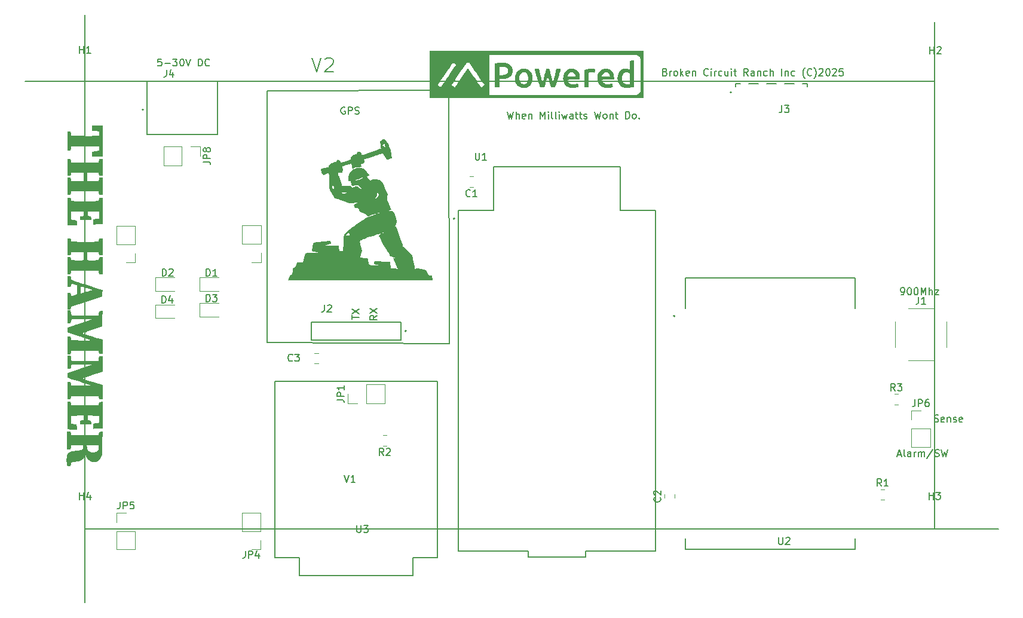
<source format=gbr>
%TF.GenerationSoftware,KiCad,Pcbnew,9.0.2*%
%TF.CreationDate,2025-07-21T01:26:10-05:00*%
%TF.ProjectId,lorae22,6c6f7261-6532-4322-9e6b-696361645f70,rev?*%
%TF.SameCoordinates,Original*%
%TF.FileFunction,Legend,Top*%
%TF.FilePolarity,Positive*%
%FSLAX46Y46*%
G04 Gerber Fmt 4.6, Leading zero omitted, Abs format (unit mm)*
G04 Created by KiCad (PCBNEW 9.0.2) date 2025-07-21 01:26:10*
%MOMM*%
%LPD*%
G01*
G04 APERTURE LIST*
%ADD10C,0.150000*%
%ADD11C,0.120000*%
%ADD12C,0.127000*%
%ADD13C,0.200000*%
%ADD14C,0.000000*%
G04 APERTURE END LIST*
D10*
X122714160Y-55847438D02*
X123380826Y-57847438D01*
X123380826Y-57847438D02*
X124047493Y-55847438D01*
X124618922Y-56037914D02*
X124714160Y-55942676D01*
X124714160Y-55942676D02*
X124904636Y-55847438D01*
X124904636Y-55847438D02*
X125380827Y-55847438D01*
X125380827Y-55847438D02*
X125571303Y-55942676D01*
X125571303Y-55942676D02*
X125666541Y-56037914D01*
X125666541Y-56037914D02*
X125761779Y-56228390D01*
X125761779Y-56228390D02*
X125761779Y-56418866D01*
X125761779Y-56418866D02*
X125666541Y-56704580D01*
X125666541Y-56704580D02*
X124523684Y-57847438D01*
X124523684Y-57847438D02*
X125761779Y-57847438D01*
X211000000Y-59175000D02*
X82075000Y-59175000D01*
X211000000Y-122600000D02*
X211000000Y-50800000D01*
X90625000Y-122600000D02*
X220000000Y-122600000D01*
X90575000Y-49800000D02*
X90575000Y-133050000D01*
X116390000Y-96190000D02*
X142190000Y-96370000D01*
X142110000Y-60430000D02*
X116360000Y-60510000D01*
X116360000Y-60510000D02*
X116390000Y-96190000D01*
X142190000Y-96370000D02*
X142110000Y-60430000D01*
X127420588Y-62877438D02*
X127325350Y-62829819D01*
X127325350Y-62829819D02*
X127182493Y-62829819D01*
X127182493Y-62829819D02*
X127039636Y-62877438D01*
X127039636Y-62877438D02*
X126944398Y-62972676D01*
X126944398Y-62972676D02*
X126896779Y-63067914D01*
X126896779Y-63067914D02*
X126849160Y-63258390D01*
X126849160Y-63258390D02*
X126849160Y-63401247D01*
X126849160Y-63401247D02*
X126896779Y-63591723D01*
X126896779Y-63591723D02*
X126944398Y-63686961D01*
X126944398Y-63686961D02*
X127039636Y-63782200D01*
X127039636Y-63782200D02*
X127182493Y-63829819D01*
X127182493Y-63829819D02*
X127277731Y-63829819D01*
X127277731Y-63829819D02*
X127420588Y-63782200D01*
X127420588Y-63782200D02*
X127468207Y-63734580D01*
X127468207Y-63734580D02*
X127468207Y-63401247D01*
X127468207Y-63401247D02*
X127277731Y-63401247D01*
X127896779Y-63829819D02*
X127896779Y-62829819D01*
X127896779Y-62829819D02*
X128277731Y-62829819D01*
X128277731Y-62829819D02*
X128372969Y-62877438D01*
X128372969Y-62877438D02*
X128420588Y-62925057D01*
X128420588Y-62925057D02*
X128468207Y-63020295D01*
X128468207Y-63020295D02*
X128468207Y-63163152D01*
X128468207Y-63163152D02*
X128420588Y-63258390D01*
X128420588Y-63258390D02*
X128372969Y-63306009D01*
X128372969Y-63306009D02*
X128277731Y-63353628D01*
X128277731Y-63353628D02*
X127896779Y-63353628D01*
X128849160Y-63782200D02*
X128992017Y-63829819D01*
X128992017Y-63829819D02*
X129230112Y-63829819D01*
X129230112Y-63829819D02*
X129325350Y-63782200D01*
X129325350Y-63782200D02*
X129372969Y-63734580D01*
X129372969Y-63734580D02*
X129420588Y-63639342D01*
X129420588Y-63639342D02*
X129420588Y-63544104D01*
X129420588Y-63544104D02*
X129372969Y-63448866D01*
X129372969Y-63448866D02*
X129325350Y-63401247D01*
X129325350Y-63401247D02*
X129230112Y-63353628D01*
X129230112Y-63353628D02*
X129039636Y-63306009D01*
X129039636Y-63306009D02*
X128944398Y-63258390D01*
X128944398Y-63258390D02*
X128896779Y-63210771D01*
X128896779Y-63210771D02*
X128849160Y-63115533D01*
X128849160Y-63115533D02*
X128849160Y-63020295D01*
X128849160Y-63020295D02*
X128896779Y-62925057D01*
X128896779Y-62925057D02*
X128944398Y-62877438D01*
X128944398Y-62877438D02*
X129039636Y-62829819D01*
X129039636Y-62829819D02*
X129277731Y-62829819D01*
X129277731Y-62829819D02*
X129420588Y-62877438D01*
X210929160Y-107402200D02*
X211072017Y-107449819D01*
X211072017Y-107449819D02*
X211310112Y-107449819D01*
X211310112Y-107449819D02*
X211405350Y-107402200D01*
X211405350Y-107402200D02*
X211452969Y-107354580D01*
X211452969Y-107354580D02*
X211500588Y-107259342D01*
X211500588Y-107259342D02*
X211500588Y-107164104D01*
X211500588Y-107164104D02*
X211452969Y-107068866D01*
X211452969Y-107068866D02*
X211405350Y-107021247D01*
X211405350Y-107021247D02*
X211310112Y-106973628D01*
X211310112Y-106973628D02*
X211119636Y-106926009D01*
X211119636Y-106926009D02*
X211024398Y-106878390D01*
X211024398Y-106878390D02*
X210976779Y-106830771D01*
X210976779Y-106830771D02*
X210929160Y-106735533D01*
X210929160Y-106735533D02*
X210929160Y-106640295D01*
X210929160Y-106640295D02*
X210976779Y-106545057D01*
X210976779Y-106545057D02*
X211024398Y-106497438D01*
X211024398Y-106497438D02*
X211119636Y-106449819D01*
X211119636Y-106449819D02*
X211357731Y-106449819D01*
X211357731Y-106449819D02*
X211500588Y-106497438D01*
X212310112Y-107402200D02*
X212214874Y-107449819D01*
X212214874Y-107449819D02*
X212024398Y-107449819D01*
X212024398Y-107449819D02*
X211929160Y-107402200D01*
X211929160Y-107402200D02*
X211881541Y-107306961D01*
X211881541Y-107306961D02*
X211881541Y-106926009D01*
X211881541Y-106926009D02*
X211929160Y-106830771D01*
X211929160Y-106830771D02*
X212024398Y-106783152D01*
X212024398Y-106783152D02*
X212214874Y-106783152D01*
X212214874Y-106783152D02*
X212310112Y-106830771D01*
X212310112Y-106830771D02*
X212357731Y-106926009D01*
X212357731Y-106926009D02*
X212357731Y-107021247D01*
X212357731Y-107021247D02*
X211881541Y-107116485D01*
X212786303Y-106783152D02*
X212786303Y-107449819D01*
X212786303Y-106878390D02*
X212833922Y-106830771D01*
X212833922Y-106830771D02*
X212929160Y-106783152D01*
X212929160Y-106783152D02*
X213072017Y-106783152D01*
X213072017Y-106783152D02*
X213167255Y-106830771D01*
X213167255Y-106830771D02*
X213214874Y-106926009D01*
X213214874Y-106926009D02*
X213214874Y-107449819D01*
X213643446Y-107402200D02*
X213738684Y-107449819D01*
X213738684Y-107449819D02*
X213929160Y-107449819D01*
X213929160Y-107449819D02*
X214024398Y-107402200D01*
X214024398Y-107402200D02*
X214072017Y-107306961D01*
X214072017Y-107306961D02*
X214072017Y-107259342D01*
X214072017Y-107259342D02*
X214024398Y-107164104D01*
X214024398Y-107164104D02*
X213929160Y-107116485D01*
X213929160Y-107116485D02*
X213786303Y-107116485D01*
X213786303Y-107116485D02*
X213691065Y-107068866D01*
X213691065Y-107068866D02*
X213643446Y-106973628D01*
X213643446Y-106973628D02*
X213643446Y-106926009D01*
X213643446Y-106926009D02*
X213691065Y-106830771D01*
X213691065Y-106830771D02*
X213786303Y-106783152D01*
X213786303Y-106783152D02*
X213929160Y-106783152D01*
X213929160Y-106783152D02*
X214024398Y-106830771D01*
X214881541Y-107402200D02*
X214786303Y-107449819D01*
X214786303Y-107449819D02*
X214595827Y-107449819D01*
X214595827Y-107449819D02*
X214500589Y-107402200D01*
X214500589Y-107402200D02*
X214452970Y-107306961D01*
X214452970Y-107306961D02*
X214452970Y-106926009D01*
X214452970Y-106926009D02*
X214500589Y-106830771D01*
X214500589Y-106830771D02*
X214595827Y-106783152D01*
X214595827Y-106783152D02*
X214786303Y-106783152D01*
X214786303Y-106783152D02*
X214881541Y-106830771D01*
X214881541Y-106830771D02*
X214929160Y-106926009D01*
X214929160Y-106926009D02*
X214929160Y-107021247D01*
X214929160Y-107021247D02*
X214452970Y-107116485D01*
X128429819Y-92896077D02*
X128429819Y-92324649D01*
X129429819Y-92610363D02*
X128429819Y-92610363D01*
X128429819Y-92086553D02*
X129429819Y-91419887D01*
X128429819Y-91419887D02*
X129429819Y-92086553D01*
X150441541Y-63479819D02*
X150679636Y-64479819D01*
X150679636Y-64479819D02*
X150870112Y-63765533D01*
X150870112Y-63765533D02*
X151060588Y-64479819D01*
X151060588Y-64479819D02*
X151298684Y-63479819D01*
X151679636Y-64479819D02*
X151679636Y-63479819D01*
X152108207Y-64479819D02*
X152108207Y-63956009D01*
X152108207Y-63956009D02*
X152060588Y-63860771D01*
X152060588Y-63860771D02*
X151965350Y-63813152D01*
X151965350Y-63813152D02*
X151822493Y-63813152D01*
X151822493Y-63813152D02*
X151727255Y-63860771D01*
X151727255Y-63860771D02*
X151679636Y-63908390D01*
X152965350Y-64432200D02*
X152870112Y-64479819D01*
X152870112Y-64479819D02*
X152679636Y-64479819D01*
X152679636Y-64479819D02*
X152584398Y-64432200D01*
X152584398Y-64432200D02*
X152536779Y-64336961D01*
X152536779Y-64336961D02*
X152536779Y-63956009D01*
X152536779Y-63956009D02*
X152584398Y-63860771D01*
X152584398Y-63860771D02*
X152679636Y-63813152D01*
X152679636Y-63813152D02*
X152870112Y-63813152D01*
X152870112Y-63813152D02*
X152965350Y-63860771D01*
X152965350Y-63860771D02*
X153012969Y-63956009D01*
X153012969Y-63956009D02*
X153012969Y-64051247D01*
X153012969Y-64051247D02*
X152536779Y-64146485D01*
X153441541Y-63813152D02*
X153441541Y-64479819D01*
X153441541Y-63908390D02*
X153489160Y-63860771D01*
X153489160Y-63860771D02*
X153584398Y-63813152D01*
X153584398Y-63813152D02*
X153727255Y-63813152D01*
X153727255Y-63813152D02*
X153822493Y-63860771D01*
X153822493Y-63860771D02*
X153870112Y-63956009D01*
X153870112Y-63956009D02*
X153870112Y-64479819D01*
X155108208Y-64479819D02*
X155108208Y-63479819D01*
X155108208Y-63479819D02*
X155441541Y-64194104D01*
X155441541Y-64194104D02*
X155774874Y-63479819D01*
X155774874Y-63479819D02*
X155774874Y-64479819D01*
X156251065Y-64479819D02*
X156251065Y-63813152D01*
X156251065Y-63479819D02*
X156203446Y-63527438D01*
X156203446Y-63527438D02*
X156251065Y-63575057D01*
X156251065Y-63575057D02*
X156298684Y-63527438D01*
X156298684Y-63527438D02*
X156251065Y-63479819D01*
X156251065Y-63479819D02*
X156251065Y-63575057D01*
X156870112Y-64479819D02*
X156774874Y-64432200D01*
X156774874Y-64432200D02*
X156727255Y-64336961D01*
X156727255Y-64336961D02*
X156727255Y-63479819D01*
X157393922Y-64479819D02*
X157298684Y-64432200D01*
X157298684Y-64432200D02*
X157251065Y-64336961D01*
X157251065Y-64336961D02*
X157251065Y-63479819D01*
X157774875Y-64479819D02*
X157774875Y-63813152D01*
X157774875Y-63479819D02*
X157727256Y-63527438D01*
X157727256Y-63527438D02*
X157774875Y-63575057D01*
X157774875Y-63575057D02*
X157822494Y-63527438D01*
X157822494Y-63527438D02*
X157774875Y-63479819D01*
X157774875Y-63479819D02*
X157774875Y-63575057D01*
X158155827Y-63813152D02*
X158346303Y-64479819D01*
X158346303Y-64479819D02*
X158536779Y-64003628D01*
X158536779Y-64003628D02*
X158727255Y-64479819D01*
X158727255Y-64479819D02*
X158917731Y-63813152D01*
X159727255Y-64479819D02*
X159727255Y-63956009D01*
X159727255Y-63956009D02*
X159679636Y-63860771D01*
X159679636Y-63860771D02*
X159584398Y-63813152D01*
X159584398Y-63813152D02*
X159393922Y-63813152D01*
X159393922Y-63813152D02*
X159298684Y-63860771D01*
X159727255Y-64432200D02*
X159632017Y-64479819D01*
X159632017Y-64479819D02*
X159393922Y-64479819D01*
X159393922Y-64479819D02*
X159298684Y-64432200D01*
X159298684Y-64432200D02*
X159251065Y-64336961D01*
X159251065Y-64336961D02*
X159251065Y-64241723D01*
X159251065Y-64241723D02*
X159298684Y-64146485D01*
X159298684Y-64146485D02*
X159393922Y-64098866D01*
X159393922Y-64098866D02*
X159632017Y-64098866D01*
X159632017Y-64098866D02*
X159727255Y-64051247D01*
X160060589Y-63813152D02*
X160441541Y-63813152D01*
X160203446Y-63479819D02*
X160203446Y-64336961D01*
X160203446Y-64336961D02*
X160251065Y-64432200D01*
X160251065Y-64432200D02*
X160346303Y-64479819D01*
X160346303Y-64479819D02*
X160441541Y-64479819D01*
X160632018Y-63813152D02*
X161012970Y-63813152D01*
X160774875Y-63479819D02*
X160774875Y-64336961D01*
X160774875Y-64336961D02*
X160822494Y-64432200D01*
X160822494Y-64432200D02*
X160917732Y-64479819D01*
X160917732Y-64479819D02*
X161012970Y-64479819D01*
X161298685Y-64432200D02*
X161393923Y-64479819D01*
X161393923Y-64479819D02*
X161584399Y-64479819D01*
X161584399Y-64479819D02*
X161679637Y-64432200D01*
X161679637Y-64432200D02*
X161727256Y-64336961D01*
X161727256Y-64336961D02*
X161727256Y-64289342D01*
X161727256Y-64289342D02*
X161679637Y-64194104D01*
X161679637Y-64194104D02*
X161584399Y-64146485D01*
X161584399Y-64146485D02*
X161441542Y-64146485D01*
X161441542Y-64146485D02*
X161346304Y-64098866D01*
X161346304Y-64098866D02*
X161298685Y-64003628D01*
X161298685Y-64003628D02*
X161298685Y-63956009D01*
X161298685Y-63956009D02*
X161346304Y-63860771D01*
X161346304Y-63860771D02*
X161441542Y-63813152D01*
X161441542Y-63813152D02*
X161584399Y-63813152D01*
X161584399Y-63813152D02*
X161679637Y-63860771D01*
X162822495Y-63479819D02*
X163060590Y-64479819D01*
X163060590Y-64479819D02*
X163251066Y-63765533D01*
X163251066Y-63765533D02*
X163441542Y-64479819D01*
X163441542Y-64479819D02*
X163679638Y-63479819D01*
X164203447Y-64479819D02*
X164108209Y-64432200D01*
X164108209Y-64432200D02*
X164060590Y-64384580D01*
X164060590Y-64384580D02*
X164012971Y-64289342D01*
X164012971Y-64289342D02*
X164012971Y-64003628D01*
X164012971Y-64003628D02*
X164060590Y-63908390D01*
X164060590Y-63908390D02*
X164108209Y-63860771D01*
X164108209Y-63860771D02*
X164203447Y-63813152D01*
X164203447Y-63813152D02*
X164346304Y-63813152D01*
X164346304Y-63813152D02*
X164441542Y-63860771D01*
X164441542Y-63860771D02*
X164489161Y-63908390D01*
X164489161Y-63908390D02*
X164536780Y-64003628D01*
X164536780Y-64003628D02*
X164536780Y-64289342D01*
X164536780Y-64289342D02*
X164489161Y-64384580D01*
X164489161Y-64384580D02*
X164441542Y-64432200D01*
X164441542Y-64432200D02*
X164346304Y-64479819D01*
X164346304Y-64479819D02*
X164203447Y-64479819D01*
X164965352Y-63813152D02*
X164965352Y-64479819D01*
X164965352Y-63908390D02*
X165012971Y-63860771D01*
X165012971Y-63860771D02*
X165108209Y-63813152D01*
X165108209Y-63813152D02*
X165251066Y-63813152D01*
X165251066Y-63813152D02*
X165346304Y-63860771D01*
X165346304Y-63860771D02*
X165393923Y-63956009D01*
X165393923Y-63956009D02*
X165393923Y-64479819D01*
X165727257Y-63813152D02*
X166108209Y-63813152D01*
X165870114Y-63479819D02*
X165870114Y-64336961D01*
X165870114Y-64336961D02*
X165917733Y-64432200D01*
X165917733Y-64432200D02*
X166012971Y-64479819D01*
X166012971Y-64479819D02*
X166108209Y-64479819D01*
X167203448Y-64479819D02*
X167203448Y-63479819D01*
X167203448Y-63479819D02*
X167441543Y-63479819D01*
X167441543Y-63479819D02*
X167584400Y-63527438D01*
X167584400Y-63527438D02*
X167679638Y-63622676D01*
X167679638Y-63622676D02*
X167727257Y-63717914D01*
X167727257Y-63717914D02*
X167774876Y-63908390D01*
X167774876Y-63908390D02*
X167774876Y-64051247D01*
X167774876Y-64051247D02*
X167727257Y-64241723D01*
X167727257Y-64241723D02*
X167679638Y-64336961D01*
X167679638Y-64336961D02*
X167584400Y-64432200D01*
X167584400Y-64432200D02*
X167441543Y-64479819D01*
X167441543Y-64479819D02*
X167203448Y-64479819D01*
X168346305Y-64479819D02*
X168251067Y-64432200D01*
X168251067Y-64432200D02*
X168203448Y-64384580D01*
X168203448Y-64384580D02*
X168155829Y-64289342D01*
X168155829Y-64289342D02*
X168155829Y-64003628D01*
X168155829Y-64003628D02*
X168203448Y-63908390D01*
X168203448Y-63908390D02*
X168251067Y-63860771D01*
X168251067Y-63860771D02*
X168346305Y-63813152D01*
X168346305Y-63813152D02*
X168489162Y-63813152D01*
X168489162Y-63813152D02*
X168584400Y-63860771D01*
X168584400Y-63860771D02*
X168632019Y-63908390D01*
X168632019Y-63908390D02*
X168679638Y-64003628D01*
X168679638Y-64003628D02*
X168679638Y-64289342D01*
X168679638Y-64289342D02*
X168632019Y-64384580D01*
X168632019Y-64384580D02*
X168584400Y-64432200D01*
X168584400Y-64432200D02*
X168489162Y-64479819D01*
X168489162Y-64479819D02*
X168346305Y-64479819D01*
X169108210Y-64384580D02*
X169155829Y-64432200D01*
X169155829Y-64432200D02*
X169108210Y-64479819D01*
X169108210Y-64479819D02*
X169060591Y-64432200D01*
X169060591Y-64432200D02*
X169108210Y-64384580D01*
X169108210Y-64384580D02*
X169108210Y-64479819D01*
X101412969Y-56019819D02*
X100936779Y-56019819D01*
X100936779Y-56019819D02*
X100889160Y-56496009D01*
X100889160Y-56496009D02*
X100936779Y-56448390D01*
X100936779Y-56448390D02*
X101032017Y-56400771D01*
X101032017Y-56400771D02*
X101270112Y-56400771D01*
X101270112Y-56400771D02*
X101365350Y-56448390D01*
X101365350Y-56448390D02*
X101412969Y-56496009D01*
X101412969Y-56496009D02*
X101460588Y-56591247D01*
X101460588Y-56591247D02*
X101460588Y-56829342D01*
X101460588Y-56829342D02*
X101412969Y-56924580D01*
X101412969Y-56924580D02*
X101365350Y-56972200D01*
X101365350Y-56972200D02*
X101270112Y-57019819D01*
X101270112Y-57019819D02*
X101032017Y-57019819D01*
X101032017Y-57019819D02*
X100936779Y-56972200D01*
X100936779Y-56972200D02*
X100889160Y-56924580D01*
X101889160Y-56638866D02*
X102651065Y-56638866D01*
X103032017Y-56019819D02*
X103651064Y-56019819D01*
X103651064Y-56019819D02*
X103317731Y-56400771D01*
X103317731Y-56400771D02*
X103460588Y-56400771D01*
X103460588Y-56400771D02*
X103555826Y-56448390D01*
X103555826Y-56448390D02*
X103603445Y-56496009D01*
X103603445Y-56496009D02*
X103651064Y-56591247D01*
X103651064Y-56591247D02*
X103651064Y-56829342D01*
X103651064Y-56829342D02*
X103603445Y-56924580D01*
X103603445Y-56924580D02*
X103555826Y-56972200D01*
X103555826Y-56972200D02*
X103460588Y-57019819D01*
X103460588Y-57019819D02*
X103174874Y-57019819D01*
X103174874Y-57019819D02*
X103079636Y-56972200D01*
X103079636Y-56972200D02*
X103032017Y-56924580D01*
X104270112Y-56019819D02*
X104365350Y-56019819D01*
X104365350Y-56019819D02*
X104460588Y-56067438D01*
X104460588Y-56067438D02*
X104508207Y-56115057D01*
X104508207Y-56115057D02*
X104555826Y-56210295D01*
X104555826Y-56210295D02*
X104603445Y-56400771D01*
X104603445Y-56400771D02*
X104603445Y-56638866D01*
X104603445Y-56638866D02*
X104555826Y-56829342D01*
X104555826Y-56829342D02*
X104508207Y-56924580D01*
X104508207Y-56924580D02*
X104460588Y-56972200D01*
X104460588Y-56972200D02*
X104365350Y-57019819D01*
X104365350Y-57019819D02*
X104270112Y-57019819D01*
X104270112Y-57019819D02*
X104174874Y-56972200D01*
X104174874Y-56972200D02*
X104127255Y-56924580D01*
X104127255Y-56924580D02*
X104079636Y-56829342D01*
X104079636Y-56829342D02*
X104032017Y-56638866D01*
X104032017Y-56638866D02*
X104032017Y-56400771D01*
X104032017Y-56400771D02*
X104079636Y-56210295D01*
X104079636Y-56210295D02*
X104127255Y-56115057D01*
X104127255Y-56115057D02*
X104174874Y-56067438D01*
X104174874Y-56067438D02*
X104270112Y-56019819D01*
X104889160Y-56019819D02*
X105222493Y-57019819D01*
X105222493Y-57019819D02*
X105555826Y-56019819D01*
X106651065Y-57019819D02*
X106651065Y-56019819D01*
X106651065Y-56019819D02*
X106889160Y-56019819D01*
X106889160Y-56019819D02*
X107032017Y-56067438D01*
X107032017Y-56067438D02*
X107127255Y-56162676D01*
X107127255Y-56162676D02*
X107174874Y-56257914D01*
X107174874Y-56257914D02*
X107222493Y-56448390D01*
X107222493Y-56448390D02*
X107222493Y-56591247D01*
X107222493Y-56591247D02*
X107174874Y-56781723D01*
X107174874Y-56781723D02*
X107127255Y-56876961D01*
X107127255Y-56876961D02*
X107032017Y-56972200D01*
X107032017Y-56972200D02*
X106889160Y-57019819D01*
X106889160Y-57019819D02*
X106651065Y-57019819D01*
X108222493Y-56924580D02*
X108174874Y-56972200D01*
X108174874Y-56972200D02*
X108032017Y-57019819D01*
X108032017Y-57019819D02*
X107936779Y-57019819D01*
X107936779Y-57019819D02*
X107793922Y-56972200D01*
X107793922Y-56972200D02*
X107698684Y-56876961D01*
X107698684Y-56876961D02*
X107651065Y-56781723D01*
X107651065Y-56781723D02*
X107603446Y-56591247D01*
X107603446Y-56591247D02*
X107603446Y-56448390D01*
X107603446Y-56448390D02*
X107651065Y-56257914D01*
X107651065Y-56257914D02*
X107698684Y-56162676D01*
X107698684Y-56162676D02*
X107793922Y-56067438D01*
X107793922Y-56067438D02*
X107936779Y-56019819D01*
X107936779Y-56019819D02*
X108032017Y-56019819D01*
X108032017Y-56019819D02*
X108174874Y-56067438D01*
X108174874Y-56067438D02*
X108222493Y-56115057D01*
X172790112Y-57866009D02*
X172932969Y-57913628D01*
X172932969Y-57913628D02*
X172980588Y-57961247D01*
X172980588Y-57961247D02*
X173028207Y-58056485D01*
X173028207Y-58056485D02*
X173028207Y-58199342D01*
X173028207Y-58199342D02*
X172980588Y-58294580D01*
X172980588Y-58294580D02*
X172932969Y-58342200D01*
X172932969Y-58342200D02*
X172837731Y-58389819D01*
X172837731Y-58389819D02*
X172456779Y-58389819D01*
X172456779Y-58389819D02*
X172456779Y-57389819D01*
X172456779Y-57389819D02*
X172790112Y-57389819D01*
X172790112Y-57389819D02*
X172885350Y-57437438D01*
X172885350Y-57437438D02*
X172932969Y-57485057D01*
X172932969Y-57485057D02*
X172980588Y-57580295D01*
X172980588Y-57580295D02*
X172980588Y-57675533D01*
X172980588Y-57675533D02*
X172932969Y-57770771D01*
X172932969Y-57770771D02*
X172885350Y-57818390D01*
X172885350Y-57818390D02*
X172790112Y-57866009D01*
X172790112Y-57866009D02*
X172456779Y-57866009D01*
X173456779Y-58389819D02*
X173456779Y-57723152D01*
X173456779Y-57913628D02*
X173504398Y-57818390D01*
X173504398Y-57818390D02*
X173552017Y-57770771D01*
X173552017Y-57770771D02*
X173647255Y-57723152D01*
X173647255Y-57723152D02*
X173742493Y-57723152D01*
X174218684Y-58389819D02*
X174123446Y-58342200D01*
X174123446Y-58342200D02*
X174075827Y-58294580D01*
X174075827Y-58294580D02*
X174028208Y-58199342D01*
X174028208Y-58199342D02*
X174028208Y-57913628D01*
X174028208Y-57913628D02*
X174075827Y-57818390D01*
X174075827Y-57818390D02*
X174123446Y-57770771D01*
X174123446Y-57770771D02*
X174218684Y-57723152D01*
X174218684Y-57723152D02*
X174361541Y-57723152D01*
X174361541Y-57723152D02*
X174456779Y-57770771D01*
X174456779Y-57770771D02*
X174504398Y-57818390D01*
X174504398Y-57818390D02*
X174552017Y-57913628D01*
X174552017Y-57913628D02*
X174552017Y-58199342D01*
X174552017Y-58199342D02*
X174504398Y-58294580D01*
X174504398Y-58294580D02*
X174456779Y-58342200D01*
X174456779Y-58342200D02*
X174361541Y-58389819D01*
X174361541Y-58389819D02*
X174218684Y-58389819D01*
X174980589Y-58389819D02*
X174980589Y-57389819D01*
X175075827Y-58008866D02*
X175361541Y-58389819D01*
X175361541Y-57723152D02*
X174980589Y-58104104D01*
X176171065Y-58342200D02*
X176075827Y-58389819D01*
X176075827Y-58389819D02*
X175885351Y-58389819D01*
X175885351Y-58389819D02*
X175790113Y-58342200D01*
X175790113Y-58342200D02*
X175742494Y-58246961D01*
X175742494Y-58246961D02*
X175742494Y-57866009D01*
X175742494Y-57866009D02*
X175790113Y-57770771D01*
X175790113Y-57770771D02*
X175885351Y-57723152D01*
X175885351Y-57723152D02*
X176075827Y-57723152D01*
X176075827Y-57723152D02*
X176171065Y-57770771D01*
X176171065Y-57770771D02*
X176218684Y-57866009D01*
X176218684Y-57866009D02*
X176218684Y-57961247D01*
X176218684Y-57961247D02*
X175742494Y-58056485D01*
X176647256Y-57723152D02*
X176647256Y-58389819D01*
X176647256Y-57818390D02*
X176694875Y-57770771D01*
X176694875Y-57770771D02*
X176790113Y-57723152D01*
X176790113Y-57723152D02*
X176932970Y-57723152D01*
X176932970Y-57723152D02*
X177028208Y-57770771D01*
X177028208Y-57770771D02*
X177075827Y-57866009D01*
X177075827Y-57866009D02*
X177075827Y-58389819D01*
X178885351Y-58294580D02*
X178837732Y-58342200D01*
X178837732Y-58342200D02*
X178694875Y-58389819D01*
X178694875Y-58389819D02*
X178599637Y-58389819D01*
X178599637Y-58389819D02*
X178456780Y-58342200D01*
X178456780Y-58342200D02*
X178361542Y-58246961D01*
X178361542Y-58246961D02*
X178313923Y-58151723D01*
X178313923Y-58151723D02*
X178266304Y-57961247D01*
X178266304Y-57961247D02*
X178266304Y-57818390D01*
X178266304Y-57818390D02*
X178313923Y-57627914D01*
X178313923Y-57627914D02*
X178361542Y-57532676D01*
X178361542Y-57532676D02*
X178456780Y-57437438D01*
X178456780Y-57437438D02*
X178599637Y-57389819D01*
X178599637Y-57389819D02*
X178694875Y-57389819D01*
X178694875Y-57389819D02*
X178837732Y-57437438D01*
X178837732Y-57437438D02*
X178885351Y-57485057D01*
X179313923Y-58389819D02*
X179313923Y-57723152D01*
X179313923Y-57389819D02*
X179266304Y-57437438D01*
X179266304Y-57437438D02*
X179313923Y-57485057D01*
X179313923Y-57485057D02*
X179361542Y-57437438D01*
X179361542Y-57437438D02*
X179313923Y-57389819D01*
X179313923Y-57389819D02*
X179313923Y-57485057D01*
X179790113Y-58389819D02*
X179790113Y-57723152D01*
X179790113Y-57913628D02*
X179837732Y-57818390D01*
X179837732Y-57818390D02*
X179885351Y-57770771D01*
X179885351Y-57770771D02*
X179980589Y-57723152D01*
X179980589Y-57723152D02*
X180075827Y-57723152D01*
X180837732Y-58342200D02*
X180742494Y-58389819D01*
X180742494Y-58389819D02*
X180552018Y-58389819D01*
X180552018Y-58389819D02*
X180456780Y-58342200D01*
X180456780Y-58342200D02*
X180409161Y-58294580D01*
X180409161Y-58294580D02*
X180361542Y-58199342D01*
X180361542Y-58199342D02*
X180361542Y-57913628D01*
X180361542Y-57913628D02*
X180409161Y-57818390D01*
X180409161Y-57818390D02*
X180456780Y-57770771D01*
X180456780Y-57770771D02*
X180552018Y-57723152D01*
X180552018Y-57723152D02*
X180742494Y-57723152D01*
X180742494Y-57723152D02*
X180837732Y-57770771D01*
X181694875Y-57723152D02*
X181694875Y-58389819D01*
X181266304Y-57723152D02*
X181266304Y-58246961D01*
X181266304Y-58246961D02*
X181313923Y-58342200D01*
X181313923Y-58342200D02*
X181409161Y-58389819D01*
X181409161Y-58389819D02*
X181552018Y-58389819D01*
X181552018Y-58389819D02*
X181647256Y-58342200D01*
X181647256Y-58342200D02*
X181694875Y-58294580D01*
X182171066Y-58389819D02*
X182171066Y-57723152D01*
X182171066Y-57389819D02*
X182123447Y-57437438D01*
X182123447Y-57437438D02*
X182171066Y-57485057D01*
X182171066Y-57485057D02*
X182218685Y-57437438D01*
X182218685Y-57437438D02*
X182171066Y-57389819D01*
X182171066Y-57389819D02*
X182171066Y-57485057D01*
X182504399Y-57723152D02*
X182885351Y-57723152D01*
X182647256Y-57389819D02*
X182647256Y-58246961D01*
X182647256Y-58246961D02*
X182694875Y-58342200D01*
X182694875Y-58342200D02*
X182790113Y-58389819D01*
X182790113Y-58389819D02*
X182885351Y-58389819D01*
X184552018Y-58389819D02*
X184218685Y-57913628D01*
X183980590Y-58389819D02*
X183980590Y-57389819D01*
X183980590Y-57389819D02*
X184361542Y-57389819D01*
X184361542Y-57389819D02*
X184456780Y-57437438D01*
X184456780Y-57437438D02*
X184504399Y-57485057D01*
X184504399Y-57485057D02*
X184552018Y-57580295D01*
X184552018Y-57580295D02*
X184552018Y-57723152D01*
X184552018Y-57723152D02*
X184504399Y-57818390D01*
X184504399Y-57818390D02*
X184456780Y-57866009D01*
X184456780Y-57866009D02*
X184361542Y-57913628D01*
X184361542Y-57913628D02*
X183980590Y-57913628D01*
X185409161Y-58389819D02*
X185409161Y-57866009D01*
X185409161Y-57866009D02*
X185361542Y-57770771D01*
X185361542Y-57770771D02*
X185266304Y-57723152D01*
X185266304Y-57723152D02*
X185075828Y-57723152D01*
X185075828Y-57723152D02*
X184980590Y-57770771D01*
X185409161Y-58342200D02*
X185313923Y-58389819D01*
X185313923Y-58389819D02*
X185075828Y-58389819D01*
X185075828Y-58389819D02*
X184980590Y-58342200D01*
X184980590Y-58342200D02*
X184932971Y-58246961D01*
X184932971Y-58246961D02*
X184932971Y-58151723D01*
X184932971Y-58151723D02*
X184980590Y-58056485D01*
X184980590Y-58056485D02*
X185075828Y-58008866D01*
X185075828Y-58008866D02*
X185313923Y-58008866D01*
X185313923Y-58008866D02*
X185409161Y-57961247D01*
X185885352Y-57723152D02*
X185885352Y-58389819D01*
X185885352Y-57818390D02*
X185932971Y-57770771D01*
X185932971Y-57770771D02*
X186028209Y-57723152D01*
X186028209Y-57723152D02*
X186171066Y-57723152D01*
X186171066Y-57723152D02*
X186266304Y-57770771D01*
X186266304Y-57770771D02*
X186313923Y-57866009D01*
X186313923Y-57866009D02*
X186313923Y-58389819D01*
X187218685Y-58342200D02*
X187123447Y-58389819D01*
X187123447Y-58389819D02*
X186932971Y-58389819D01*
X186932971Y-58389819D02*
X186837733Y-58342200D01*
X186837733Y-58342200D02*
X186790114Y-58294580D01*
X186790114Y-58294580D02*
X186742495Y-58199342D01*
X186742495Y-58199342D02*
X186742495Y-57913628D01*
X186742495Y-57913628D02*
X186790114Y-57818390D01*
X186790114Y-57818390D02*
X186837733Y-57770771D01*
X186837733Y-57770771D02*
X186932971Y-57723152D01*
X186932971Y-57723152D02*
X187123447Y-57723152D01*
X187123447Y-57723152D02*
X187218685Y-57770771D01*
X187647257Y-58389819D02*
X187647257Y-57389819D01*
X188075828Y-58389819D02*
X188075828Y-57866009D01*
X188075828Y-57866009D02*
X188028209Y-57770771D01*
X188028209Y-57770771D02*
X187932971Y-57723152D01*
X187932971Y-57723152D02*
X187790114Y-57723152D01*
X187790114Y-57723152D02*
X187694876Y-57770771D01*
X187694876Y-57770771D02*
X187647257Y-57818390D01*
X189313924Y-58389819D02*
X189313924Y-57389819D01*
X189790114Y-57723152D02*
X189790114Y-58389819D01*
X189790114Y-57818390D02*
X189837733Y-57770771D01*
X189837733Y-57770771D02*
X189932971Y-57723152D01*
X189932971Y-57723152D02*
X190075828Y-57723152D01*
X190075828Y-57723152D02*
X190171066Y-57770771D01*
X190171066Y-57770771D02*
X190218685Y-57866009D01*
X190218685Y-57866009D02*
X190218685Y-58389819D01*
X191123447Y-58342200D02*
X191028209Y-58389819D01*
X191028209Y-58389819D02*
X190837733Y-58389819D01*
X190837733Y-58389819D02*
X190742495Y-58342200D01*
X190742495Y-58342200D02*
X190694876Y-58294580D01*
X190694876Y-58294580D02*
X190647257Y-58199342D01*
X190647257Y-58199342D02*
X190647257Y-57913628D01*
X190647257Y-57913628D02*
X190694876Y-57818390D01*
X190694876Y-57818390D02*
X190742495Y-57770771D01*
X190742495Y-57770771D02*
X190837733Y-57723152D01*
X190837733Y-57723152D02*
X191028209Y-57723152D01*
X191028209Y-57723152D02*
X191123447Y-57770771D01*
X192599638Y-58770771D02*
X192552019Y-58723152D01*
X192552019Y-58723152D02*
X192456781Y-58580295D01*
X192456781Y-58580295D02*
X192409162Y-58485057D01*
X192409162Y-58485057D02*
X192361543Y-58342200D01*
X192361543Y-58342200D02*
X192313924Y-58104104D01*
X192313924Y-58104104D02*
X192313924Y-57913628D01*
X192313924Y-57913628D02*
X192361543Y-57675533D01*
X192361543Y-57675533D02*
X192409162Y-57532676D01*
X192409162Y-57532676D02*
X192456781Y-57437438D01*
X192456781Y-57437438D02*
X192552019Y-57294580D01*
X192552019Y-57294580D02*
X192599638Y-57246961D01*
X193552019Y-58294580D02*
X193504400Y-58342200D01*
X193504400Y-58342200D02*
X193361543Y-58389819D01*
X193361543Y-58389819D02*
X193266305Y-58389819D01*
X193266305Y-58389819D02*
X193123448Y-58342200D01*
X193123448Y-58342200D02*
X193028210Y-58246961D01*
X193028210Y-58246961D02*
X192980591Y-58151723D01*
X192980591Y-58151723D02*
X192932972Y-57961247D01*
X192932972Y-57961247D02*
X192932972Y-57818390D01*
X192932972Y-57818390D02*
X192980591Y-57627914D01*
X192980591Y-57627914D02*
X193028210Y-57532676D01*
X193028210Y-57532676D02*
X193123448Y-57437438D01*
X193123448Y-57437438D02*
X193266305Y-57389819D01*
X193266305Y-57389819D02*
X193361543Y-57389819D01*
X193361543Y-57389819D02*
X193504400Y-57437438D01*
X193504400Y-57437438D02*
X193552019Y-57485057D01*
X193885353Y-58770771D02*
X193932972Y-58723152D01*
X193932972Y-58723152D02*
X194028210Y-58580295D01*
X194028210Y-58580295D02*
X194075829Y-58485057D01*
X194075829Y-58485057D02*
X194123448Y-58342200D01*
X194123448Y-58342200D02*
X194171067Y-58104104D01*
X194171067Y-58104104D02*
X194171067Y-57913628D01*
X194171067Y-57913628D02*
X194123448Y-57675533D01*
X194123448Y-57675533D02*
X194075829Y-57532676D01*
X194075829Y-57532676D02*
X194028210Y-57437438D01*
X194028210Y-57437438D02*
X193932972Y-57294580D01*
X193932972Y-57294580D02*
X193885353Y-57246961D01*
X194599639Y-57485057D02*
X194647258Y-57437438D01*
X194647258Y-57437438D02*
X194742496Y-57389819D01*
X194742496Y-57389819D02*
X194980591Y-57389819D01*
X194980591Y-57389819D02*
X195075829Y-57437438D01*
X195075829Y-57437438D02*
X195123448Y-57485057D01*
X195123448Y-57485057D02*
X195171067Y-57580295D01*
X195171067Y-57580295D02*
X195171067Y-57675533D01*
X195171067Y-57675533D02*
X195123448Y-57818390D01*
X195123448Y-57818390D02*
X194552020Y-58389819D01*
X194552020Y-58389819D02*
X195171067Y-58389819D01*
X195790115Y-57389819D02*
X195885353Y-57389819D01*
X195885353Y-57389819D02*
X195980591Y-57437438D01*
X195980591Y-57437438D02*
X196028210Y-57485057D01*
X196028210Y-57485057D02*
X196075829Y-57580295D01*
X196075829Y-57580295D02*
X196123448Y-57770771D01*
X196123448Y-57770771D02*
X196123448Y-58008866D01*
X196123448Y-58008866D02*
X196075829Y-58199342D01*
X196075829Y-58199342D02*
X196028210Y-58294580D01*
X196028210Y-58294580D02*
X195980591Y-58342200D01*
X195980591Y-58342200D02*
X195885353Y-58389819D01*
X195885353Y-58389819D02*
X195790115Y-58389819D01*
X195790115Y-58389819D02*
X195694877Y-58342200D01*
X195694877Y-58342200D02*
X195647258Y-58294580D01*
X195647258Y-58294580D02*
X195599639Y-58199342D01*
X195599639Y-58199342D02*
X195552020Y-58008866D01*
X195552020Y-58008866D02*
X195552020Y-57770771D01*
X195552020Y-57770771D02*
X195599639Y-57580295D01*
X195599639Y-57580295D02*
X195647258Y-57485057D01*
X195647258Y-57485057D02*
X195694877Y-57437438D01*
X195694877Y-57437438D02*
X195790115Y-57389819D01*
X196504401Y-57485057D02*
X196552020Y-57437438D01*
X196552020Y-57437438D02*
X196647258Y-57389819D01*
X196647258Y-57389819D02*
X196885353Y-57389819D01*
X196885353Y-57389819D02*
X196980591Y-57437438D01*
X196980591Y-57437438D02*
X197028210Y-57485057D01*
X197028210Y-57485057D02*
X197075829Y-57580295D01*
X197075829Y-57580295D02*
X197075829Y-57675533D01*
X197075829Y-57675533D02*
X197028210Y-57818390D01*
X197028210Y-57818390D02*
X196456782Y-58389819D01*
X196456782Y-58389819D02*
X197075829Y-58389819D01*
X197980591Y-57389819D02*
X197504401Y-57389819D01*
X197504401Y-57389819D02*
X197456782Y-57866009D01*
X197456782Y-57866009D02*
X197504401Y-57818390D01*
X197504401Y-57818390D02*
X197599639Y-57770771D01*
X197599639Y-57770771D02*
X197837734Y-57770771D01*
X197837734Y-57770771D02*
X197932972Y-57818390D01*
X197932972Y-57818390D02*
X197980591Y-57866009D01*
X197980591Y-57866009D02*
X198028210Y-57961247D01*
X198028210Y-57961247D02*
X198028210Y-58199342D01*
X198028210Y-58199342D02*
X197980591Y-58294580D01*
X197980591Y-58294580D02*
X197932972Y-58342200D01*
X197932972Y-58342200D02*
X197837734Y-58389819D01*
X197837734Y-58389819D02*
X197599639Y-58389819D01*
X197599639Y-58389819D02*
X197504401Y-58342200D01*
X197504401Y-58342200D02*
X197456782Y-58294580D01*
X205749160Y-112064104D02*
X206225350Y-112064104D01*
X205653922Y-112349819D02*
X205987255Y-111349819D01*
X205987255Y-111349819D02*
X206320588Y-112349819D01*
X206796779Y-112349819D02*
X206701541Y-112302200D01*
X206701541Y-112302200D02*
X206653922Y-112206961D01*
X206653922Y-112206961D02*
X206653922Y-111349819D01*
X207606303Y-112349819D02*
X207606303Y-111826009D01*
X207606303Y-111826009D02*
X207558684Y-111730771D01*
X207558684Y-111730771D02*
X207463446Y-111683152D01*
X207463446Y-111683152D02*
X207272970Y-111683152D01*
X207272970Y-111683152D02*
X207177732Y-111730771D01*
X207606303Y-112302200D02*
X207511065Y-112349819D01*
X207511065Y-112349819D02*
X207272970Y-112349819D01*
X207272970Y-112349819D02*
X207177732Y-112302200D01*
X207177732Y-112302200D02*
X207130113Y-112206961D01*
X207130113Y-112206961D02*
X207130113Y-112111723D01*
X207130113Y-112111723D02*
X207177732Y-112016485D01*
X207177732Y-112016485D02*
X207272970Y-111968866D01*
X207272970Y-111968866D02*
X207511065Y-111968866D01*
X207511065Y-111968866D02*
X207606303Y-111921247D01*
X208082494Y-112349819D02*
X208082494Y-111683152D01*
X208082494Y-111873628D02*
X208130113Y-111778390D01*
X208130113Y-111778390D02*
X208177732Y-111730771D01*
X208177732Y-111730771D02*
X208272970Y-111683152D01*
X208272970Y-111683152D02*
X208368208Y-111683152D01*
X208701542Y-112349819D02*
X208701542Y-111683152D01*
X208701542Y-111778390D02*
X208749161Y-111730771D01*
X208749161Y-111730771D02*
X208844399Y-111683152D01*
X208844399Y-111683152D02*
X208987256Y-111683152D01*
X208987256Y-111683152D02*
X209082494Y-111730771D01*
X209082494Y-111730771D02*
X209130113Y-111826009D01*
X209130113Y-111826009D02*
X209130113Y-112349819D01*
X209130113Y-111826009D02*
X209177732Y-111730771D01*
X209177732Y-111730771D02*
X209272970Y-111683152D01*
X209272970Y-111683152D02*
X209415827Y-111683152D01*
X209415827Y-111683152D02*
X209511066Y-111730771D01*
X209511066Y-111730771D02*
X209558685Y-111826009D01*
X209558685Y-111826009D02*
X209558685Y-112349819D01*
X210749160Y-111302200D02*
X209892018Y-112587914D01*
X211034875Y-112302200D02*
X211177732Y-112349819D01*
X211177732Y-112349819D02*
X211415827Y-112349819D01*
X211415827Y-112349819D02*
X211511065Y-112302200D01*
X211511065Y-112302200D02*
X211558684Y-112254580D01*
X211558684Y-112254580D02*
X211606303Y-112159342D01*
X211606303Y-112159342D02*
X211606303Y-112064104D01*
X211606303Y-112064104D02*
X211558684Y-111968866D01*
X211558684Y-111968866D02*
X211511065Y-111921247D01*
X211511065Y-111921247D02*
X211415827Y-111873628D01*
X211415827Y-111873628D02*
X211225351Y-111826009D01*
X211225351Y-111826009D02*
X211130113Y-111778390D01*
X211130113Y-111778390D02*
X211082494Y-111730771D01*
X211082494Y-111730771D02*
X211034875Y-111635533D01*
X211034875Y-111635533D02*
X211034875Y-111540295D01*
X211034875Y-111540295D02*
X211082494Y-111445057D01*
X211082494Y-111445057D02*
X211130113Y-111397438D01*
X211130113Y-111397438D02*
X211225351Y-111349819D01*
X211225351Y-111349819D02*
X211463446Y-111349819D01*
X211463446Y-111349819D02*
X211606303Y-111397438D01*
X211939637Y-111349819D02*
X212177732Y-112349819D01*
X212177732Y-112349819D02*
X212368208Y-111635533D01*
X212368208Y-111635533D02*
X212558684Y-112349819D01*
X212558684Y-112349819D02*
X212796780Y-111349819D01*
X131959819Y-92351792D02*
X131483628Y-92685125D01*
X131959819Y-92923220D02*
X130959819Y-92923220D01*
X130959819Y-92923220D02*
X130959819Y-92542268D01*
X130959819Y-92542268D02*
X131007438Y-92447030D01*
X131007438Y-92447030D02*
X131055057Y-92399411D01*
X131055057Y-92399411D02*
X131150295Y-92351792D01*
X131150295Y-92351792D02*
X131293152Y-92351792D01*
X131293152Y-92351792D02*
X131388390Y-92399411D01*
X131388390Y-92399411D02*
X131436009Y-92447030D01*
X131436009Y-92447030D02*
X131483628Y-92542268D01*
X131483628Y-92542268D02*
X131483628Y-92923220D01*
X130959819Y-92018458D02*
X131959819Y-91351792D01*
X130959819Y-91351792D02*
X131959819Y-92018458D01*
X127353922Y-114949819D02*
X127687255Y-115949819D01*
X127687255Y-115949819D02*
X128020588Y-114949819D01*
X128877731Y-115949819D02*
X128306303Y-115949819D01*
X128592017Y-115949819D02*
X128592017Y-114949819D01*
X128592017Y-114949819D02*
X128496779Y-115092676D01*
X128496779Y-115092676D02*
X128401541Y-115187914D01*
X128401541Y-115187914D02*
X128306303Y-115235533D01*
X206254398Y-89419819D02*
X206444874Y-89419819D01*
X206444874Y-89419819D02*
X206540112Y-89372200D01*
X206540112Y-89372200D02*
X206587731Y-89324580D01*
X206587731Y-89324580D02*
X206682969Y-89181723D01*
X206682969Y-89181723D02*
X206730588Y-88991247D01*
X206730588Y-88991247D02*
X206730588Y-88610295D01*
X206730588Y-88610295D02*
X206682969Y-88515057D01*
X206682969Y-88515057D02*
X206635350Y-88467438D01*
X206635350Y-88467438D02*
X206540112Y-88419819D01*
X206540112Y-88419819D02*
X206349636Y-88419819D01*
X206349636Y-88419819D02*
X206254398Y-88467438D01*
X206254398Y-88467438D02*
X206206779Y-88515057D01*
X206206779Y-88515057D02*
X206159160Y-88610295D01*
X206159160Y-88610295D02*
X206159160Y-88848390D01*
X206159160Y-88848390D02*
X206206779Y-88943628D01*
X206206779Y-88943628D02*
X206254398Y-88991247D01*
X206254398Y-88991247D02*
X206349636Y-89038866D01*
X206349636Y-89038866D02*
X206540112Y-89038866D01*
X206540112Y-89038866D02*
X206635350Y-88991247D01*
X206635350Y-88991247D02*
X206682969Y-88943628D01*
X206682969Y-88943628D02*
X206730588Y-88848390D01*
X207349636Y-88419819D02*
X207444874Y-88419819D01*
X207444874Y-88419819D02*
X207540112Y-88467438D01*
X207540112Y-88467438D02*
X207587731Y-88515057D01*
X207587731Y-88515057D02*
X207635350Y-88610295D01*
X207635350Y-88610295D02*
X207682969Y-88800771D01*
X207682969Y-88800771D02*
X207682969Y-89038866D01*
X207682969Y-89038866D02*
X207635350Y-89229342D01*
X207635350Y-89229342D02*
X207587731Y-89324580D01*
X207587731Y-89324580D02*
X207540112Y-89372200D01*
X207540112Y-89372200D02*
X207444874Y-89419819D01*
X207444874Y-89419819D02*
X207349636Y-89419819D01*
X207349636Y-89419819D02*
X207254398Y-89372200D01*
X207254398Y-89372200D02*
X207206779Y-89324580D01*
X207206779Y-89324580D02*
X207159160Y-89229342D01*
X207159160Y-89229342D02*
X207111541Y-89038866D01*
X207111541Y-89038866D02*
X207111541Y-88800771D01*
X207111541Y-88800771D02*
X207159160Y-88610295D01*
X207159160Y-88610295D02*
X207206779Y-88515057D01*
X207206779Y-88515057D02*
X207254398Y-88467438D01*
X207254398Y-88467438D02*
X207349636Y-88419819D01*
X208302017Y-88419819D02*
X208397255Y-88419819D01*
X208397255Y-88419819D02*
X208492493Y-88467438D01*
X208492493Y-88467438D02*
X208540112Y-88515057D01*
X208540112Y-88515057D02*
X208587731Y-88610295D01*
X208587731Y-88610295D02*
X208635350Y-88800771D01*
X208635350Y-88800771D02*
X208635350Y-89038866D01*
X208635350Y-89038866D02*
X208587731Y-89229342D01*
X208587731Y-89229342D02*
X208540112Y-89324580D01*
X208540112Y-89324580D02*
X208492493Y-89372200D01*
X208492493Y-89372200D02*
X208397255Y-89419819D01*
X208397255Y-89419819D02*
X208302017Y-89419819D01*
X208302017Y-89419819D02*
X208206779Y-89372200D01*
X208206779Y-89372200D02*
X208159160Y-89324580D01*
X208159160Y-89324580D02*
X208111541Y-89229342D01*
X208111541Y-89229342D02*
X208063922Y-89038866D01*
X208063922Y-89038866D02*
X208063922Y-88800771D01*
X208063922Y-88800771D02*
X208111541Y-88610295D01*
X208111541Y-88610295D02*
X208159160Y-88515057D01*
X208159160Y-88515057D02*
X208206779Y-88467438D01*
X208206779Y-88467438D02*
X208302017Y-88419819D01*
X209063922Y-89419819D02*
X209063922Y-88419819D01*
X209063922Y-88419819D02*
X209397255Y-89134104D01*
X209397255Y-89134104D02*
X209730588Y-88419819D01*
X209730588Y-88419819D02*
X209730588Y-89419819D01*
X210206779Y-89419819D02*
X210206779Y-88419819D01*
X210635350Y-89419819D02*
X210635350Y-88896009D01*
X210635350Y-88896009D02*
X210587731Y-88800771D01*
X210587731Y-88800771D02*
X210492493Y-88753152D01*
X210492493Y-88753152D02*
X210349636Y-88753152D01*
X210349636Y-88753152D02*
X210254398Y-88800771D01*
X210254398Y-88800771D02*
X210206779Y-88848390D01*
X211016303Y-88753152D02*
X211540112Y-88753152D01*
X211540112Y-88753152D02*
X211016303Y-89419819D01*
X211016303Y-89419819D02*
X211540112Y-89419819D01*
X145173333Y-75439580D02*
X145125714Y-75487200D01*
X145125714Y-75487200D02*
X144982857Y-75534819D01*
X144982857Y-75534819D02*
X144887619Y-75534819D01*
X144887619Y-75534819D02*
X144744762Y-75487200D01*
X144744762Y-75487200D02*
X144649524Y-75391961D01*
X144649524Y-75391961D02*
X144601905Y-75296723D01*
X144601905Y-75296723D02*
X144554286Y-75106247D01*
X144554286Y-75106247D02*
X144554286Y-74963390D01*
X144554286Y-74963390D02*
X144601905Y-74772914D01*
X144601905Y-74772914D02*
X144649524Y-74677676D01*
X144649524Y-74677676D02*
X144744762Y-74582438D01*
X144744762Y-74582438D02*
X144887619Y-74534819D01*
X144887619Y-74534819D02*
X144982857Y-74534819D01*
X144982857Y-74534819D02*
X145125714Y-74582438D01*
X145125714Y-74582438D02*
X145173333Y-74630057D01*
X146125714Y-75534819D02*
X145554286Y-75534819D01*
X145840000Y-75534819D02*
X145840000Y-74534819D01*
X145840000Y-74534819D02*
X145744762Y-74677676D01*
X145744762Y-74677676D02*
X145649524Y-74772914D01*
X145649524Y-74772914D02*
X145554286Y-74820533D01*
X107761905Y-90379819D02*
X107761905Y-89379819D01*
X107761905Y-89379819D02*
X108000000Y-89379819D01*
X108000000Y-89379819D02*
X108142857Y-89427438D01*
X108142857Y-89427438D02*
X108238095Y-89522676D01*
X108238095Y-89522676D02*
X108285714Y-89617914D01*
X108285714Y-89617914D02*
X108333333Y-89808390D01*
X108333333Y-89808390D02*
X108333333Y-89951247D01*
X108333333Y-89951247D02*
X108285714Y-90141723D01*
X108285714Y-90141723D02*
X108238095Y-90236961D01*
X108238095Y-90236961D02*
X108142857Y-90332200D01*
X108142857Y-90332200D02*
X108000000Y-90379819D01*
X108000000Y-90379819D02*
X107761905Y-90379819D01*
X108666667Y-89379819D02*
X109285714Y-89379819D01*
X109285714Y-89379819D02*
X108952381Y-89760771D01*
X108952381Y-89760771D02*
X109095238Y-89760771D01*
X109095238Y-89760771D02*
X109190476Y-89808390D01*
X109190476Y-89808390D02*
X109238095Y-89856009D01*
X109238095Y-89856009D02*
X109285714Y-89951247D01*
X109285714Y-89951247D02*
X109285714Y-90189342D01*
X109285714Y-90189342D02*
X109238095Y-90284580D01*
X109238095Y-90284580D02*
X109190476Y-90332200D01*
X109190476Y-90332200D02*
X109095238Y-90379819D01*
X109095238Y-90379819D02*
X108809524Y-90379819D01*
X108809524Y-90379819D02*
X108714286Y-90332200D01*
X108714286Y-90332200D02*
X108666667Y-90284580D01*
X205383333Y-103014819D02*
X205050000Y-102538628D01*
X204811905Y-103014819D02*
X204811905Y-102014819D01*
X204811905Y-102014819D02*
X205192857Y-102014819D01*
X205192857Y-102014819D02*
X205288095Y-102062438D01*
X205288095Y-102062438D02*
X205335714Y-102110057D01*
X205335714Y-102110057D02*
X205383333Y-102205295D01*
X205383333Y-102205295D02*
X205383333Y-102348152D01*
X205383333Y-102348152D02*
X205335714Y-102443390D01*
X205335714Y-102443390D02*
X205288095Y-102491009D01*
X205288095Y-102491009D02*
X205192857Y-102538628D01*
X205192857Y-102538628D02*
X204811905Y-102538628D01*
X205716667Y-102014819D02*
X206335714Y-102014819D01*
X206335714Y-102014819D02*
X206002381Y-102395771D01*
X206002381Y-102395771D02*
X206145238Y-102395771D01*
X206145238Y-102395771D02*
X206240476Y-102443390D01*
X206240476Y-102443390D02*
X206288095Y-102491009D01*
X206288095Y-102491009D02*
X206335714Y-102586247D01*
X206335714Y-102586247D02*
X206335714Y-102824342D01*
X206335714Y-102824342D02*
X206288095Y-102919580D01*
X206288095Y-102919580D02*
X206240476Y-102967200D01*
X206240476Y-102967200D02*
X206145238Y-103014819D01*
X206145238Y-103014819D02*
X205859524Y-103014819D01*
X205859524Y-103014819D02*
X205764286Y-102967200D01*
X205764286Y-102967200D02*
X205716667Y-102919580D01*
X102131666Y-57564819D02*
X102131666Y-58279104D01*
X102131666Y-58279104D02*
X102084047Y-58421961D01*
X102084047Y-58421961D02*
X101988809Y-58517200D01*
X101988809Y-58517200D02*
X101845952Y-58564819D01*
X101845952Y-58564819D02*
X101750714Y-58564819D01*
X103036428Y-57898152D02*
X103036428Y-58564819D01*
X102798333Y-57517200D02*
X102560238Y-58231485D01*
X102560238Y-58231485D02*
X103179285Y-58231485D01*
X145903095Y-69314819D02*
X145903095Y-70124342D01*
X145903095Y-70124342D02*
X145950714Y-70219580D01*
X145950714Y-70219580D02*
X145998333Y-70267200D01*
X145998333Y-70267200D02*
X146093571Y-70314819D01*
X146093571Y-70314819D02*
X146284047Y-70314819D01*
X146284047Y-70314819D02*
X146379285Y-70267200D01*
X146379285Y-70267200D02*
X146426904Y-70219580D01*
X146426904Y-70219580D02*
X146474523Y-70124342D01*
X146474523Y-70124342D02*
X146474523Y-69314819D01*
X147474523Y-70314819D02*
X146903095Y-70314819D01*
X147188809Y-70314819D02*
X147188809Y-69314819D01*
X147188809Y-69314819D02*
X147093571Y-69457676D01*
X147093571Y-69457676D02*
X146998333Y-69552914D01*
X146998333Y-69552914D02*
X146903095Y-69600533D01*
X113306666Y-125704819D02*
X113306666Y-126419104D01*
X113306666Y-126419104D02*
X113259047Y-126561961D01*
X113259047Y-126561961D02*
X113163809Y-126657200D01*
X113163809Y-126657200D02*
X113020952Y-126704819D01*
X113020952Y-126704819D02*
X112925714Y-126704819D01*
X113782857Y-126704819D02*
X113782857Y-125704819D01*
X113782857Y-125704819D02*
X114163809Y-125704819D01*
X114163809Y-125704819D02*
X114259047Y-125752438D01*
X114259047Y-125752438D02*
X114306666Y-125800057D01*
X114306666Y-125800057D02*
X114354285Y-125895295D01*
X114354285Y-125895295D02*
X114354285Y-126038152D01*
X114354285Y-126038152D02*
X114306666Y-126133390D01*
X114306666Y-126133390D02*
X114259047Y-126181009D01*
X114259047Y-126181009D02*
X114163809Y-126228628D01*
X114163809Y-126228628D02*
X113782857Y-126228628D01*
X115211428Y-126038152D02*
X115211428Y-126704819D01*
X114973333Y-125657200D02*
X114735238Y-126371485D01*
X114735238Y-126371485D02*
X115354285Y-126371485D01*
X126299819Y-104293333D02*
X127014104Y-104293333D01*
X127014104Y-104293333D02*
X127156961Y-104340952D01*
X127156961Y-104340952D02*
X127252200Y-104436190D01*
X127252200Y-104436190D02*
X127299819Y-104579047D01*
X127299819Y-104579047D02*
X127299819Y-104674285D01*
X127299819Y-103817142D02*
X126299819Y-103817142D01*
X126299819Y-103817142D02*
X126299819Y-103436190D01*
X126299819Y-103436190D02*
X126347438Y-103340952D01*
X126347438Y-103340952D02*
X126395057Y-103293333D01*
X126395057Y-103293333D02*
X126490295Y-103245714D01*
X126490295Y-103245714D02*
X126633152Y-103245714D01*
X126633152Y-103245714D02*
X126728390Y-103293333D01*
X126728390Y-103293333D02*
X126776009Y-103340952D01*
X126776009Y-103340952D02*
X126823628Y-103436190D01*
X126823628Y-103436190D02*
X126823628Y-103817142D01*
X127299819Y-102293333D02*
X127299819Y-102864761D01*
X127299819Y-102579047D02*
X126299819Y-102579047D01*
X126299819Y-102579047D02*
X126442676Y-102674285D01*
X126442676Y-102674285D02*
X126537914Y-102769523D01*
X126537914Y-102769523D02*
X126585533Y-102864761D01*
X101536905Y-86754819D02*
X101536905Y-85754819D01*
X101536905Y-85754819D02*
X101775000Y-85754819D01*
X101775000Y-85754819D02*
X101917857Y-85802438D01*
X101917857Y-85802438D02*
X102013095Y-85897676D01*
X102013095Y-85897676D02*
X102060714Y-85992914D01*
X102060714Y-85992914D02*
X102108333Y-86183390D01*
X102108333Y-86183390D02*
X102108333Y-86326247D01*
X102108333Y-86326247D02*
X102060714Y-86516723D01*
X102060714Y-86516723D02*
X102013095Y-86611961D01*
X102013095Y-86611961D02*
X101917857Y-86707200D01*
X101917857Y-86707200D02*
X101775000Y-86754819D01*
X101775000Y-86754819D02*
X101536905Y-86754819D01*
X102489286Y-85850057D02*
X102536905Y-85802438D01*
X102536905Y-85802438D02*
X102632143Y-85754819D01*
X102632143Y-85754819D02*
X102870238Y-85754819D01*
X102870238Y-85754819D02*
X102965476Y-85802438D01*
X102965476Y-85802438D02*
X103013095Y-85850057D01*
X103013095Y-85850057D02*
X103060714Y-85945295D01*
X103060714Y-85945295D02*
X103060714Y-86040533D01*
X103060714Y-86040533D02*
X103013095Y-86183390D01*
X103013095Y-86183390D02*
X102441667Y-86754819D01*
X102441667Y-86754819D02*
X103060714Y-86754819D01*
X129118095Y-122094819D02*
X129118095Y-122904342D01*
X129118095Y-122904342D02*
X129165714Y-122999580D01*
X129165714Y-122999580D02*
X129213333Y-123047200D01*
X129213333Y-123047200D02*
X129308571Y-123094819D01*
X129308571Y-123094819D02*
X129499047Y-123094819D01*
X129499047Y-123094819D02*
X129594285Y-123047200D01*
X129594285Y-123047200D02*
X129641904Y-122999580D01*
X129641904Y-122999580D02*
X129689523Y-122904342D01*
X129689523Y-122904342D02*
X129689523Y-122094819D01*
X130070476Y-122094819D02*
X130689523Y-122094819D01*
X130689523Y-122094819D02*
X130356190Y-122475771D01*
X130356190Y-122475771D02*
X130499047Y-122475771D01*
X130499047Y-122475771D02*
X130594285Y-122523390D01*
X130594285Y-122523390D02*
X130641904Y-122571009D01*
X130641904Y-122571009D02*
X130689523Y-122666247D01*
X130689523Y-122666247D02*
X130689523Y-122904342D01*
X130689523Y-122904342D02*
X130641904Y-122999580D01*
X130641904Y-122999580D02*
X130594285Y-123047200D01*
X130594285Y-123047200D02*
X130499047Y-123094819D01*
X130499047Y-123094819D02*
X130213333Y-123094819D01*
X130213333Y-123094819D02*
X130118095Y-123047200D01*
X130118095Y-123047200D02*
X130070476Y-122999580D01*
X101499405Y-90579819D02*
X101499405Y-89579819D01*
X101499405Y-89579819D02*
X101737500Y-89579819D01*
X101737500Y-89579819D02*
X101880357Y-89627438D01*
X101880357Y-89627438D02*
X101975595Y-89722676D01*
X101975595Y-89722676D02*
X102023214Y-89817914D01*
X102023214Y-89817914D02*
X102070833Y-90008390D01*
X102070833Y-90008390D02*
X102070833Y-90151247D01*
X102070833Y-90151247D02*
X102023214Y-90341723D01*
X102023214Y-90341723D02*
X101975595Y-90436961D01*
X101975595Y-90436961D02*
X101880357Y-90532200D01*
X101880357Y-90532200D02*
X101737500Y-90579819D01*
X101737500Y-90579819D02*
X101499405Y-90579819D01*
X102927976Y-89913152D02*
X102927976Y-90579819D01*
X102689881Y-89532200D02*
X102451786Y-90246485D01*
X102451786Y-90246485D02*
X103070833Y-90246485D01*
X188888095Y-123784819D02*
X188888095Y-124594342D01*
X188888095Y-124594342D02*
X188935714Y-124689580D01*
X188935714Y-124689580D02*
X188983333Y-124737200D01*
X188983333Y-124737200D02*
X189078571Y-124784819D01*
X189078571Y-124784819D02*
X189269047Y-124784819D01*
X189269047Y-124784819D02*
X189364285Y-124737200D01*
X189364285Y-124737200D02*
X189411904Y-124689580D01*
X189411904Y-124689580D02*
X189459523Y-124594342D01*
X189459523Y-124594342D02*
X189459523Y-123784819D01*
X189888095Y-123880057D02*
X189935714Y-123832438D01*
X189935714Y-123832438D02*
X190030952Y-123784819D01*
X190030952Y-123784819D02*
X190269047Y-123784819D01*
X190269047Y-123784819D02*
X190364285Y-123832438D01*
X190364285Y-123832438D02*
X190411904Y-123880057D01*
X190411904Y-123880057D02*
X190459523Y-123975295D01*
X190459523Y-123975295D02*
X190459523Y-124070533D01*
X190459523Y-124070533D02*
X190411904Y-124213390D01*
X190411904Y-124213390D02*
X189840476Y-124784819D01*
X189840476Y-124784819D02*
X190459523Y-124784819D01*
X132913333Y-112174819D02*
X132580000Y-111698628D01*
X132341905Y-112174819D02*
X132341905Y-111174819D01*
X132341905Y-111174819D02*
X132722857Y-111174819D01*
X132722857Y-111174819D02*
X132818095Y-111222438D01*
X132818095Y-111222438D02*
X132865714Y-111270057D01*
X132865714Y-111270057D02*
X132913333Y-111365295D01*
X132913333Y-111365295D02*
X132913333Y-111508152D01*
X132913333Y-111508152D02*
X132865714Y-111603390D01*
X132865714Y-111603390D02*
X132818095Y-111651009D01*
X132818095Y-111651009D02*
X132722857Y-111698628D01*
X132722857Y-111698628D02*
X132341905Y-111698628D01*
X133294286Y-111270057D02*
X133341905Y-111222438D01*
X133341905Y-111222438D02*
X133437143Y-111174819D01*
X133437143Y-111174819D02*
X133675238Y-111174819D01*
X133675238Y-111174819D02*
X133770476Y-111222438D01*
X133770476Y-111222438D02*
X133818095Y-111270057D01*
X133818095Y-111270057D02*
X133865714Y-111365295D01*
X133865714Y-111365295D02*
X133865714Y-111460533D01*
X133865714Y-111460533D02*
X133818095Y-111603390D01*
X133818095Y-111603390D02*
X133246667Y-112174819D01*
X133246667Y-112174819D02*
X133865714Y-112174819D01*
X210328095Y-55264819D02*
X210328095Y-54264819D01*
X210328095Y-54741009D02*
X210899523Y-54741009D01*
X210899523Y-55264819D02*
X210899523Y-54264819D01*
X211328095Y-54360057D02*
X211375714Y-54312438D01*
X211375714Y-54312438D02*
X211470952Y-54264819D01*
X211470952Y-54264819D02*
X211709047Y-54264819D01*
X211709047Y-54264819D02*
X211804285Y-54312438D01*
X211804285Y-54312438D02*
X211851904Y-54360057D01*
X211851904Y-54360057D02*
X211899523Y-54455295D01*
X211899523Y-54455295D02*
X211899523Y-54550533D01*
X211899523Y-54550533D02*
X211851904Y-54693390D01*
X211851904Y-54693390D02*
X211280476Y-55264819D01*
X211280476Y-55264819D02*
X211899523Y-55264819D01*
X95546666Y-118754819D02*
X95546666Y-119469104D01*
X95546666Y-119469104D02*
X95499047Y-119611961D01*
X95499047Y-119611961D02*
X95403809Y-119707200D01*
X95403809Y-119707200D02*
X95260952Y-119754819D01*
X95260952Y-119754819D02*
X95165714Y-119754819D01*
X96022857Y-119754819D02*
X96022857Y-118754819D01*
X96022857Y-118754819D02*
X96403809Y-118754819D01*
X96403809Y-118754819D02*
X96499047Y-118802438D01*
X96499047Y-118802438D02*
X96546666Y-118850057D01*
X96546666Y-118850057D02*
X96594285Y-118945295D01*
X96594285Y-118945295D02*
X96594285Y-119088152D01*
X96594285Y-119088152D02*
X96546666Y-119183390D01*
X96546666Y-119183390D02*
X96499047Y-119231009D01*
X96499047Y-119231009D02*
X96403809Y-119278628D01*
X96403809Y-119278628D02*
X96022857Y-119278628D01*
X97499047Y-118754819D02*
X97022857Y-118754819D01*
X97022857Y-118754819D02*
X96975238Y-119231009D01*
X96975238Y-119231009D02*
X97022857Y-119183390D01*
X97022857Y-119183390D02*
X97118095Y-119135771D01*
X97118095Y-119135771D02*
X97356190Y-119135771D01*
X97356190Y-119135771D02*
X97451428Y-119183390D01*
X97451428Y-119183390D02*
X97499047Y-119231009D01*
X97499047Y-119231009D02*
X97546666Y-119326247D01*
X97546666Y-119326247D02*
X97546666Y-119564342D01*
X97546666Y-119564342D02*
X97499047Y-119659580D01*
X97499047Y-119659580D02*
X97451428Y-119707200D01*
X97451428Y-119707200D02*
X97356190Y-119754819D01*
X97356190Y-119754819D02*
X97118095Y-119754819D01*
X97118095Y-119754819D02*
X97022857Y-119707200D01*
X97022857Y-119707200D02*
X96975238Y-119659580D01*
X89813095Y-55179819D02*
X89813095Y-54179819D01*
X89813095Y-54656009D02*
X90384523Y-54656009D01*
X90384523Y-55179819D02*
X90384523Y-54179819D01*
X91384523Y-55179819D02*
X90813095Y-55179819D01*
X91098809Y-55179819D02*
X91098809Y-54179819D01*
X91098809Y-54179819D02*
X91003571Y-54322676D01*
X91003571Y-54322676D02*
X90908333Y-54417914D01*
X90908333Y-54417914D02*
X90813095Y-54465533D01*
X89848095Y-118404819D02*
X89848095Y-117404819D01*
X89848095Y-117881009D02*
X90419523Y-117881009D01*
X90419523Y-118404819D02*
X90419523Y-117404819D01*
X91324285Y-117738152D02*
X91324285Y-118404819D01*
X91086190Y-117357200D02*
X90848095Y-118071485D01*
X90848095Y-118071485D02*
X91467142Y-118071485D01*
X107359819Y-70603333D02*
X108074104Y-70603333D01*
X108074104Y-70603333D02*
X108216961Y-70650952D01*
X108216961Y-70650952D02*
X108312200Y-70746190D01*
X108312200Y-70746190D02*
X108359819Y-70889047D01*
X108359819Y-70889047D02*
X108359819Y-70984285D01*
X108359819Y-70127142D02*
X107359819Y-70127142D01*
X107359819Y-70127142D02*
X107359819Y-69746190D01*
X107359819Y-69746190D02*
X107407438Y-69650952D01*
X107407438Y-69650952D02*
X107455057Y-69603333D01*
X107455057Y-69603333D02*
X107550295Y-69555714D01*
X107550295Y-69555714D02*
X107693152Y-69555714D01*
X107693152Y-69555714D02*
X107788390Y-69603333D01*
X107788390Y-69603333D02*
X107836009Y-69650952D01*
X107836009Y-69650952D02*
X107883628Y-69746190D01*
X107883628Y-69746190D02*
X107883628Y-70127142D01*
X107788390Y-68984285D02*
X107740771Y-69079523D01*
X107740771Y-69079523D02*
X107693152Y-69127142D01*
X107693152Y-69127142D02*
X107597914Y-69174761D01*
X107597914Y-69174761D02*
X107550295Y-69174761D01*
X107550295Y-69174761D02*
X107455057Y-69127142D01*
X107455057Y-69127142D02*
X107407438Y-69079523D01*
X107407438Y-69079523D02*
X107359819Y-68984285D01*
X107359819Y-68984285D02*
X107359819Y-68793809D01*
X107359819Y-68793809D02*
X107407438Y-68698571D01*
X107407438Y-68698571D02*
X107455057Y-68650952D01*
X107455057Y-68650952D02*
X107550295Y-68603333D01*
X107550295Y-68603333D02*
X107597914Y-68603333D01*
X107597914Y-68603333D02*
X107693152Y-68650952D01*
X107693152Y-68650952D02*
X107740771Y-68698571D01*
X107740771Y-68698571D02*
X107788390Y-68793809D01*
X107788390Y-68793809D02*
X107788390Y-68984285D01*
X107788390Y-68984285D02*
X107836009Y-69079523D01*
X107836009Y-69079523D02*
X107883628Y-69127142D01*
X107883628Y-69127142D02*
X107978866Y-69174761D01*
X107978866Y-69174761D02*
X108169342Y-69174761D01*
X108169342Y-69174761D02*
X108264580Y-69127142D01*
X108264580Y-69127142D02*
X108312200Y-69079523D01*
X108312200Y-69079523D02*
X108359819Y-68984285D01*
X108359819Y-68984285D02*
X108359819Y-68793809D01*
X108359819Y-68793809D02*
X108312200Y-68698571D01*
X108312200Y-68698571D02*
X108264580Y-68650952D01*
X108264580Y-68650952D02*
X108169342Y-68603333D01*
X108169342Y-68603333D02*
X107978866Y-68603333D01*
X107978866Y-68603333D02*
X107883628Y-68650952D01*
X107883628Y-68650952D02*
X107836009Y-68698571D01*
X107836009Y-68698571D02*
X107788390Y-68793809D01*
X208186666Y-104259819D02*
X208186666Y-104974104D01*
X208186666Y-104974104D02*
X208139047Y-105116961D01*
X208139047Y-105116961D02*
X208043809Y-105212200D01*
X208043809Y-105212200D02*
X207900952Y-105259819D01*
X207900952Y-105259819D02*
X207805714Y-105259819D01*
X208662857Y-105259819D02*
X208662857Y-104259819D01*
X208662857Y-104259819D02*
X209043809Y-104259819D01*
X209043809Y-104259819D02*
X209139047Y-104307438D01*
X209139047Y-104307438D02*
X209186666Y-104355057D01*
X209186666Y-104355057D02*
X209234285Y-104450295D01*
X209234285Y-104450295D02*
X209234285Y-104593152D01*
X209234285Y-104593152D02*
X209186666Y-104688390D01*
X209186666Y-104688390D02*
X209139047Y-104736009D01*
X209139047Y-104736009D02*
X209043809Y-104783628D01*
X209043809Y-104783628D02*
X208662857Y-104783628D01*
X210091428Y-104259819D02*
X209900952Y-104259819D01*
X209900952Y-104259819D02*
X209805714Y-104307438D01*
X209805714Y-104307438D02*
X209758095Y-104355057D01*
X209758095Y-104355057D02*
X209662857Y-104497914D01*
X209662857Y-104497914D02*
X209615238Y-104688390D01*
X209615238Y-104688390D02*
X209615238Y-105069342D01*
X209615238Y-105069342D02*
X209662857Y-105164580D01*
X209662857Y-105164580D02*
X209710476Y-105212200D01*
X209710476Y-105212200D02*
X209805714Y-105259819D01*
X209805714Y-105259819D02*
X209996190Y-105259819D01*
X209996190Y-105259819D02*
X210091428Y-105212200D01*
X210091428Y-105212200D02*
X210139047Y-105164580D01*
X210139047Y-105164580D02*
X210186666Y-105069342D01*
X210186666Y-105069342D02*
X210186666Y-104831247D01*
X210186666Y-104831247D02*
X210139047Y-104736009D01*
X210139047Y-104736009D02*
X210091428Y-104688390D01*
X210091428Y-104688390D02*
X209996190Y-104640771D01*
X209996190Y-104640771D02*
X209805714Y-104640771D01*
X209805714Y-104640771D02*
X209710476Y-104688390D01*
X209710476Y-104688390D02*
X209662857Y-104736009D01*
X209662857Y-104736009D02*
X209615238Y-104831247D01*
X208686666Y-89744819D02*
X208686666Y-90459104D01*
X208686666Y-90459104D02*
X208639047Y-90601961D01*
X208639047Y-90601961D02*
X208543809Y-90697200D01*
X208543809Y-90697200D02*
X208400952Y-90744819D01*
X208400952Y-90744819D02*
X208305714Y-90744819D01*
X209686666Y-90744819D02*
X209115238Y-90744819D01*
X209400952Y-90744819D02*
X209400952Y-89744819D01*
X209400952Y-89744819D02*
X209305714Y-89887676D01*
X209305714Y-89887676D02*
X209210476Y-89982914D01*
X209210476Y-89982914D02*
X209115238Y-90030533D01*
X107761905Y-86754819D02*
X107761905Y-85754819D01*
X107761905Y-85754819D02*
X108000000Y-85754819D01*
X108000000Y-85754819D02*
X108142857Y-85802438D01*
X108142857Y-85802438D02*
X108238095Y-85897676D01*
X108238095Y-85897676D02*
X108285714Y-85992914D01*
X108285714Y-85992914D02*
X108333333Y-86183390D01*
X108333333Y-86183390D02*
X108333333Y-86326247D01*
X108333333Y-86326247D02*
X108285714Y-86516723D01*
X108285714Y-86516723D02*
X108238095Y-86611961D01*
X108238095Y-86611961D02*
X108142857Y-86707200D01*
X108142857Y-86707200D02*
X108000000Y-86754819D01*
X108000000Y-86754819D02*
X107761905Y-86754819D01*
X109285714Y-86754819D02*
X108714286Y-86754819D01*
X109000000Y-86754819D02*
X109000000Y-85754819D01*
X109000000Y-85754819D02*
X108904762Y-85897676D01*
X108904762Y-85897676D02*
X108809524Y-85992914D01*
X108809524Y-85992914D02*
X108714286Y-86040533D01*
X119993333Y-98739580D02*
X119945714Y-98787200D01*
X119945714Y-98787200D02*
X119802857Y-98834819D01*
X119802857Y-98834819D02*
X119707619Y-98834819D01*
X119707619Y-98834819D02*
X119564762Y-98787200D01*
X119564762Y-98787200D02*
X119469524Y-98691961D01*
X119469524Y-98691961D02*
X119421905Y-98596723D01*
X119421905Y-98596723D02*
X119374286Y-98406247D01*
X119374286Y-98406247D02*
X119374286Y-98263390D01*
X119374286Y-98263390D02*
X119421905Y-98072914D01*
X119421905Y-98072914D02*
X119469524Y-97977676D01*
X119469524Y-97977676D02*
X119564762Y-97882438D01*
X119564762Y-97882438D02*
X119707619Y-97834819D01*
X119707619Y-97834819D02*
X119802857Y-97834819D01*
X119802857Y-97834819D02*
X119945714Y-97882438D01*
X119945714Y-97882438D02*
X119993333Y-97930057D01*
X120326667Y-97834819D02*
X120945714Y-97834819D01*
X120945714Y-97834819D02*
X120612381Y-98215771D01*
X120612381Y-98215771D02*
X120755238Y-98215771D01*
X120755238Y-98215771D02*
X120850476Y-98263390D01*
X120850476Y-98263390D02*
X120898095Y-98311009D01*
X120898095Y-98311009D02*
X120945714Y-98406247D01*
X120945714Y-98406247D02*
X120945714Y-98644342D01*
X120945714Y-98644342D02*
X120898095Y-98739580D01*
X120898095Y-98739580D02*
X120850476Y-98787200D01*
X120850476Y-98787200D02*
X120755238Y-98834819D01*
X120755238Y-98834819D02*
X120469524Y-98834819D01*
X120469524Y-98834819D02*
X120374286Y-98787200D01*
X120374286Y-98787200D02*
X120326667Y-98739580D01*
X210218095Y-118404819D02*
X210218095Y-117404819D01*
X210218095Y-117881009D02*
X210789523Y-117881009D01*
X210789523Y-118404819D02*
X210789523Y-117404819D01*
X211170476Y-117404819D02*
X211789523Y-117404819D01*
X211789523Y-117404819D02*
X211456190Y-117785771D01*
X211456190Y-117785771D02*
X211599047Y-117785771D01*
X211599047Y-117785771D02*
X211694285Y-117833390D01*
X211694285Y-117833390D02*
X211741904Y-117881009D01*
X211741904Y-117881009D02*
X211789523Y-117976247D01*
X211789523Y-117976247D02*
X211789523Y-118214342D01*
X211789523Y-118214342D02*
X211741904Y-118309580D01*
X211741904Y-118309580D02*
X211694285Y-118357200D01*
X211694285Y-118357200D02*
X211599047Y-118404819D01*
X211599047Y-118404819D02*
X211313333Y-118404819D01*
X211313333Y-118404819D02*
X211218095Y-118357200D01*
X211218095Y-118357200D02*
X211170476Y-118309580D01*
X124511666Y-90859819D02*
X124511666Y-91574104D01*
X124511666Y-91574104D02*
X124464047Y-91716961D01*
X124464047Y-91716961D02*
X124368809Y-91812200D01*
X124368809Y-91812200D02*
X124225952Y-91859819D01*
X124225952Y-91859819D02*
X124130714Y-91859819D01*
X124940238Y-90955057D02*
X124987857Y-90907438D01*
X124987857Y-90907438D02*
X125083095Y-90859819D01*
X125083095Y-90859819D02*
X125321190Y-90859819D01*
X125321190Y-90859819D02*
X125416428Y-90907438D01*
X125416428Y-90907438D02*
X125464047Y-90955057D01*
X125464047Y-90955057D02*
X125511666Y-91050295D01*
X125511666Y-91050295D02*
X125511666Y-91145533D01*
X125511666Y-91145533D02*
X125464047Y-91288390D01*
X125464047Y-91288390D02*
X124892619Y-91859819D01*
X124892619Y-91859819D02*
X125511666Y-91859819D01*
X203443333Y-116524819D02*
X203110000Y-116048628D01*
X202871905Y-116524819D02*
X202871905Y-115524819D01*
X202871905Y-115524819D02*
X203252857Y-115524819D01*
X203252857Y-115524819D02*
X203348095Y-115572438D01*
X203348095Y-115572438D02*
X203395714Y-115620057D01*
X203395714Y-115620057D02*
X203443333Y-115715295D01*
X203443333Y-115715295D02*
X203443333Y-115858152D01*
X203443333Y-115858152D02*
X203395714Y-115953390D01*
X203395714Y-115953390D02*
X203348095Y-116001009D01*
X203348095Y-116001009D02*
X203252857Y-116048628D01*
X203252857Y-116048628D02*
X202871905Y-116048628D01*
X204395714Y-116524819D02*
X203824286Y-116524819D01*
X204110000Y-116524819D02*
X204110000Y-115524819D01*
X204110000Y-115524819D02*
X204014762Y-115667676D01*
X204014762Y-115667676D02*
X203919524Y-115762914D01*
X203919524Y-115762914D02*
X203824286Y-115810533D01*
X172079580Y-118136666D02*
X172127200Y-118184285D01*
X172127200Y-118184285D02*
X172174819Y-118327142D01*
X172174819Y-118327142D02*
X172174819Y-118422380D01*
X172174819Y-118422380D02*
X172127200Y-118565237D01*
X172127200Y-118565237D02*
X172031961Y-118660475D01*
X172031961Y-118660475D02*
X171936723Y-118708094D01*
X171936723Y-118708094D02*
X171746247Y-118755713D01*
X171746247Y-118755713D02*
X171603390Y-118755713D01*
X171603390Y-118755713D02*
X171412914Y-118708094D01*
X171412914Y-118708094D02*
X171317676Y-118660475D01*
X171317676Y-118660475D02*
X171222438Y-118565237D01*
X171222438Y-118565237D02*
X171174819Y-118422380D01*
X171174819Y-118422380D02*
X171174819Y-118327142D01*
X171174819Y-118327142D02*
X171222438Y-118184285D01*
X171222438Y-118184285D02*
X171270057Y-118136666D01*
X171270057Y-117755713D02*
X171222438Y-117708094D01*
X171222438Y-117708094D02*
X171174819Y-117612856D01*
X171174819Y-117612856D02*
X171174819Y-117374761D01*
X171174819Y-117374761D02*
X171222438Y-117279523D01*
X171222438Y-117279523D02*
X171270057Y-117231904D01*
X171270057Y-117231904D02*
X171365295Y-117184285D01*
X171365295Y-117184285D02*
X171460533Y-117184285D01*
X171460533Y-117184285D02*
X171603390Y-117231904D01*
X171603390Y-117231904D02*
X172174819Y-117803332D01*
X172174819Y-117803332D02*
X172174819Y-117184285D01*
X189329166Y-62602319D02*
X189329166Y-63316604D01*
X189329166Y-63316604D02*
X189281547Y-63459461D01*
X189281547Y-63459461D02*
X189186309Y-63554700D01*
X189186309Y-63554700D02*
X189043452Y-63602319D01*
X189043452Y-63602319D02*
X188948214Y-63602319D01*
X189710119Y-62602319D02*
X190329166Y-62602319D01*
X190329166Y-62602319D02*
X189995833Y-62983271D01*
X189995833Y-62983271D02*
X190138690Y-62983271D01*
X190138690Y-62983271D02*
X190233928Y-63030890D01*
X190233928Y-63030890D02*
X190281547Y-63078509D01*
X190281547Y-63078509D02*
X190329166Y-63173747D01*
X190329166Y-63173747D02*
X190329166Y-63411842D01*
X190329166Y-63411842D02*
X190281547Y-63507080D01*
X190281547Y-63507080D02*
X190233928Y-63554700D01*
X190233928Y-63554700D02*
X190138690Y-63602319D01*
X190138690Y-63602319D02*
X189852976Y-63602319D01*
X189852976Y-63602319D02*
X189757738Y-63554700D01*
X189757738Y-63554700D02*
X189710119Y-63507080D01*
D11*
%TO.C,C1*%
X145601252Y-72665000D02*
X145078748Y-72665000D01*
X145601252Y-74135000D02*
X145078748Y-74135000D01*
%TO.C,D3*%
X106815000Y-90615000D02*
X106815000Y-92535000D01*
X106815000Y-92535000D02*
X109500000Y-92535000D01*
X109500000Y-90615000D02*
X106815000Y-90615000D01*
%TO.C,R3*%
X205322936Y-103475000D02*
X205777064Y-103475000D01*
X205322936Y-104945000D02*
X205777064Y-104945000D01*
D12*
%TO.C,J4*%
X99370000Y-59190000D02*
X109370000Y-59190000D01*
X99370000Y-66690000D02*
X99370000Y-59190000D01*
X109370000Y-59190000D02*
X109370000Y-66690000D01*
X109370000Y-66690000D02*
X99370000Y-66690000D01*
D13*
X98870000Y-63190000D02*
G75*
G02*
X98670000Y-63190000I-100000J0D01*
G01*
X98670000Y-63190000D02*
G75*
G02*
X98870000Y-63190000I100000J0D01*
G01*
D12*
%TO.C,U1*%
X143510000Y-77510000D02*
X143510000Y-125710000D01*
X143510000Y-125710000D02*
X153390000Y-125710000D01*
X148460000Y-71310000D02*
X166460000Y-71310000D01*
X148460000Y-77510000D02*
X143510000Y-77510000D01*
X148460000Y-77510000D02*
X148460000Y-71310000D01*
X153390000Y-125710000D02*
X153390000Y-126610000D01*
X153390000Y-126610000D02*
X161520000Y-126610000D01*
X161520000Y-125710000D02*
X171410000Y-125710000D01*
X161520000Y-126610000D02*
X161520000Y-125710000D01*
X166460000Y-71310000D02*
X166460000Y-77510000D01*
X171410000Y-77510000D02*
X166460000Y-77510000D01*
X171410000Y-125710000D02*
X171410000Y-77510000D01*
D13*
X142990000Y-78640000D02*
G75*
G02*
X142790000Y-78640000I-100000J0D01*
G01*
X142790000Y-78640000D02*
G75*
G02*
X142990000Y-78640000I100000J0D01*
G01*
D11*
%TO.C,JP4*%
X112830000Y-122895000D02*
X112830000Y-120295000D01*
X115490000Y-120295000D02*
X112830000Y-120295000D01*
X115490000Y-122895000D02*
X112830000Y-122895000D01*
X115490000Y-122895000D02*
X115490000Y-120295000D01*
X115490000Y-124165000D02*
X115490000Y-125495000D01*
X115490000Y-125495000D02*
X114160000Y-125495000D01*
%TO.C,JP1*%
X127845000Y-104790000D02*
X127845000Y-103460000D01*
X129175000Y-104790000D02*
X127845000Y-104790000D01*
X130445000Y-102130000D02*
X133045000Y-102130000D01*
X130445000Y-104790000D02*
X130445000Y-102130000D01*
X130445000Y-104790000D02*
X133045000Y-104790000D01*
X133045000Y-104790000D02*
X133045000Y-102130000D01*
%TO.C,D2*%
X100590000Y-86990000D02*
X100590000Y-88910000D01*
X100590000Y-88910000D02*
X103275000Y-88910000D01*
X103275000Y-86990000D02*
X100590000Y-86990000D01*
%TO.C,JP2*%
X95050000Y-82265000D02*
X95050000Y-79665000D01*
X97710000Y-79665000D02*
X95050000Y-79665000D01*
X97710000Y-82265000D02*
X95050000Y-82265000D01*
X97710000Y-82265000D02*
X97710000Y-79665000D01*
X97710000Y-83535000D02*
X97710000Y-84865000D01*
X97710000Y-84865000D02*
X96380000Y-84865000D01*
D14*
%TO.C,G\u002A\u002A\u002A*%
G36*
X162497029Y-57403645D02*
G01*
X162661575Y-57415213D01*
X162792782Y-57435635D01*
X162879077Y-57464762D01*
X162908926Y-57501036D01*
X162903089Y-57551429D01*
X162887856Y-57647203D01*
X162868509Y-57756653D01*
X162828093Y-57976001D01*
X162655422Y-57948101D01*
X162482843Y-57928671D01*
X162301510Y-57922040D01*
X162136689Y-57928242D01*
X162013959Y-57947225D01*
X161920201Y-57972641D01*
X161920201Y-59011857D01*
X161920201Y-60051073D01*
X161629982Y-60051073D01*
X161339764Y-60051073D01*
X161348707Y-58798625D01*
X161357651Y-57546176D01*
X161579261Y-57483858D01*
X161736911Y-57448910D01*
X161919085Y-57423564D01*
X162114211Y-57407671D01*
X162310717Y-57401081D01*
X162497029Y-57403645D01*
G37*
G36*
X149762072Y-56550933D02*
G01*
X149912991Y-56564592D01*
X150063612Y-56585013D01*
X150391432Y-56653194D01*
X150660003Y-56752991D01*
X150871588Y-56886594D01*
X151028452Y-57056195D01*
X151132858Y-57263985D01*
X151187070Y-57512154D01*
X151196447Y-57681543D01*
X151179420Y-57938472D01*
X151122591Y-58150726D01*
X151021630Y-58331868D01*
X150967195Y-58399473D01*
X150814252Y-58541978D01*
X150629237Y-58654340D01*
X150404362Y-58739276D01*
X150131840Y-58799504D01*
X149803883Y-58837743D01*
X149688993Y-58845602D01*
X149305436Y-58868177D01*
X149305436Y-59459625D01*
X149305436Y-60051073D01*
X148981543Y-60051073D01*
X148657651Y-60051073D01*
X148657651Y-58350023D01*
X148657669Y-58312281D01*
X149305436Y-58312281D01*
X149456392Y-58312281D01*
X149566685Y-58307376D01*
X149713411Y-58294485D01*
X149865664Y-58276347D01*
X149872276Y-58275433D01*
X150114566Y-58226717D01*
X150296599Y-58153873D01*
X150423391Y-58052495D01*
X150499960Y-57918172D01*
X150531322Y-57746495D01*
X150532691Y-57695109D01*
X150505819Y-57500201D01*
X150423152Y-57343267D01*
X150282043Y-57219560D01*
X150259951Y-57206071D01*
X150195588Y-57174752D01*
X150118069Y-57152974D01*
X150012599Y-57138475D01*
X149864386Y-57128994D01*
X149723087Y-57124011D01*
X149305436Y-57111981D01*
X149305436Y-57712131D01*
X149305436Y-58312281D01*
X148657669Y-58312281D01*
X148657838Y-57962114D01*
X148658356Y-57712131D01*
X148658512Y-57636912D01*
X148659840Y-57368937D01*
X148661992Y-57152707D01*
X148665134Y-56982744D01*
X148669436Y-56853566D01*
X148675065Y-56759693D01*
X148682190Y-56695645D01*
X148690979Y-56655942D01*
X148701600Y-56635102D01*
X148710476Y-56628702D01*
X148762604Y-56618542D01*
X148868526Y-56604868D01*
X149014044Y-56589295D01*
X149184956Y-56573439D01*
X149230408Y-56569584D01*
X149444116Y-56553861D01*
X149613559Y-56547500D01*
X149762072Y-56550933D01*
G37*
G36*
X168362003Y-56185515D02*
G01*
X168371025Y-56210298D01*
X168378408Y-56255529D01*
X168384315Y-56326387D01*
X168388909Y-56428050D01*
X168392355Y-56565698D01*
X168394813Y-56744508D01*
X168396449Y-56969661D01*
X168397425Y-57246334D01*
X168397904Y-57579706D01*
X168398050Y-57974957D01*
X168398053Y-58070012D01*
X168398053Y-59980257D01*
X168270201Y-60013502D01*
X168008248Y-60068587D01*
X167732479Y-60103786D01*
X167459752Y-60118589D01*
X167206923Y-60112484D01*
X166990851Y-60084960D01*
X166879188Y-60055713D01*
X166625033Y-59934936D01*
X166412834Y-59763043D01*
X166245805Y-59545032D01*
X166127157Y-59285897D01*
X166060101Y-58990634D01*
X166049114Y-58815555D01*
X166667675Y-58815555D01*
X166672439Y-58872237D01*
X166722965Y-59123203D01*
X166816592Y-59321350D01*
X166953375Y-59466720D01*
X167133370Y-59559353D01*
X167356630Y-59599292D01*
X167623210Y-59586575D01*
X167626181Y-59586171D01*
X167784362Y-59564490D01*
X167784362Y-58807188D01*
X167784362Y-58049886D01*
X167640567Y-57985043D01*
X167486976Y-57937375D01*
X167317112Y-57918529D01*
X167153832Y-57928283D01*
X167019996Y-57966414D01*
X166977131Y-57991524D01*
X166834602Y-58138196D01*
X166733100Y-58331409D01*
X166676250Y-58560686D01*
X166667675Y-58815555D01*
X166049114Y-58815555D01*
X166045570Y-58759075D01*
X166071606Y-58423833D01*
X166148705Y-58127904D01*
X166275353Y-57874214D01*
X166450036Y-57665690D01*
X166671241Y-57505258D01*
X166702827Y-57488349D01*
X166871323Y-57429311D01*
X167077632Y-57398819D01*
X167297176Y-57397906D01*
X167505377Y-57427608D01*
X167588322Y-57451069D01*
X167784362Y-57517537D01*
X167784362Y-56895171D01*
X167784362Y-56272805D01*
X168031543Y-56233098D01*
X168161711Y-56211235D01*
X168270781Y-56191207D01*
X168336293Y-56177153D01*
X168338389Y-56176579D01*
X168351179Y-56176002D01*
X168362003Y-56185515D01*
G37*
G36*
X153061789Y-57410662D02*
G01*
X153317751Y-57492504D01*
X153536624Y-57631005D01*
X153721174Y-57827882D01*
X153864741Y-58065506D01*
X153918984Y-58177516D01*
X153955323Y-58265507D01*
X153977345Y-58348187D01*
X153988635Y-58444262D01*
X153992776Y-58572441D01*
X153993355Y-58736635D01*
X153986379Y-58987865D01*
X153962345Y-59189079D01*
X153916591Y-59357312D01*
X153844460Y-59509599D01*
X153741289Y-59662975D01*
X153739192Y-59665754D01*
X153548888Y-59862892D01*
X153318846Y-60009467D01*
X153058809Y-60101829D01*
X152778520Y-60136332D01*
X152532426Y-60117576D01*
X152328824Y-60060009D01*
X152124760Y-59962102D01*
X151947354Y-59838270D01*
X151873748Y-59767433D01*
X151795097Y-59664631D01*
X151710397Y-59529842D01*
X151645584Y-59407495D01*
X151600800Y-59309352D01*
X151570637Y-59227148D01*
X151552216Y-59143289D01*
X151542656Y-59040184D01*
X151539080Y-58900240D01*
X151538590Y-58753848D01*
X151538814Y-58687476D01*
X152137534Y-58687476D01*
X152143322Y-58896204D01*
X152182221Y-59097733D01*
X152254732Y-59280666D01*
X152361358Y-59433604D01*
X152502600Y-59545151D01*
X152516392Y-59552447D01*
X152674708Y-59598390D01*
X152850993Y-59594344D01*
X153019920Y-59542999D01*
X153108505Y-59489620D01*
X153240868Y-59346268D01*
X153333067Y-59150482D01*
X153383448Y-58906098D01*
X153389304Y-58838031D01*
X153383474Y-58577396D01*
X153333185Y-58352274D01*
X153242980Y-58167787D01*
X153117406Y-58029055D01*
X152961007Y-57941199D01*
X152778327Y-57909341D01*
X152587670Y-57934767D01*
X152435440Y-58008526D01*
X152313809Y-58132075D01*
X152223279Y-58294014D01*
X152164354Y-58482947D01*
X152137534Y-58687476D01*
X151538814Y-58687476D01*
X151539191Y-58575502D01*
X151543230Y-58447401D01*
X151554059Y-58351601D01*
X151575033Y-58270161D01*
X151609504Y-58185138D01*
X151660826Y-58078587D01*
X151667204Y-58065672D01*
X151822168Y-57812808D01*
X152008877Y-57619916D01*
X152230101Y-57485277D01*
X152488611Y-57407172D01*
X152765973Y-57383763D01*
X153061789Y-57410662D01*
G37*
G36*
X159809881Y-57403232D02*
G01*
X160020788Y-57461050D01*
X160205525Y-57565605D01*
X160335897Y-57677556D01*
X160473554Y-57835318D01*
X160570501Y-58004815D01*
X160632079Y-58200817D01*
X160663630Y-58438093D01*
X160670303Y-58602080D01*
X160675771Y-58943020D01*
X159816193Y-58952126D01*
X159539650Y-58955811D01*
X159325308Y-58960546D01*
X159167180Y-58966694D01*
X159059282Y-58974615D01*
X158995628Y-58984671D01*
X158970234Y-58997224D01*
X158969519Y-59003267D01*
X158986146Y-59066511D01*
X159003185Y-59139920D01*
X159038032Y-59219982D01*
X159103679Y-59318507D01*
X159146622Y-59370326D01*
X159306241Y-59496803D01*
X159509941Y-59573850D01*
X159754341Y-59600994D01*
X160036059Y-59577761D01*
X160269034Y-59527200D01*
X160441894Y-59480884D01*
X160483033Y-59720786D01*
X160503439Y-59846674D01*
X160505482Y-59928975D01*
X160478650Y-59980962D01*
X160412432Y-60015911D01*
X160296315Y-60047095D01*
X160208773Y-60067132D01*
X160038844Y-60094819D01*
X159838670Y-60110448D01*
X159629763Y-60113980D01*
X159433634Y-60105380D01*
X159271797Y-60084611D01*
X159207877Y-60068845D01*
X158936554Y-59951980D01*
X158714392Y-59789006D01*
X158543008Y-59581381D01*
X158439721Y-59374209D01*
X158392046Y-59201525D01*
X158359744Y-58988366D01*
X158344690Y-58761097D01*
X158348757Y-58546082D01*
X158357118Y-58482751D01*
X158979199Y-58482751D01*
X159529163Y-58482751D01*
X160079127Y-58482751D01*
X160079127Y-58404740D01*
X160057646Y-58303637D01*
X160002832Y-58180334D01*
X159929127Y-58061285D01*
X159850975Y-57972941D01*
X159837600Y-57962379D01*
X159723133Y-57913442D01*
X159575758Y-57895614D01*
X159423049Y-57908516D01*
X159292581Y-57951772D01*
X159262388Y-57970263D01*
X159122546Y-58102193D01*
X159028481Y-58259271D01*
X158998616Y-58363098D01*
X158979199Y-58482751D01*
X158357118Y-58482751D01*
X158369625Y-58388018D01*
X158461875Y-58099421D01*
X158602938Y-57854030D01*
X158787986Y-57655921D01*
X159012193Y-57509170D01*
X159270730Y-57417851D01*
X159556491Y-57386047D01*
X159809881Y-57403232D01*
G37*
G36*
X164645178Y-57403680D02*
G01*
X164888846Y-57468760D01*
X164995533Y-57518106D01*
X165170510Y-57636779D01*
X165305631Y-57786817D01*
X165417202Y-57986368D01*
X165418124Y-57988389D01*
X165464459Y-58119862D01*
X165505166Y-58288533D01*
X165536722Y-58471835D01*
X165555606Y-58647201D01*
X165558294Y-58792065D01*
X165552203Y-58847421D01*
X165531071Y-58960067D01*
X164680267Y-58960067D01*
X164407733Y-58959913D01*
X164196687Y-58960917D01*
X164040435Y-58965279D01*
X163932283Y-58975200D01*
X163865540Y-58992878D01*
X163833512Y-59020513D01*
X163829506Y-59060306D01*
X163846830Y-59114456D01*
X163878789Y-59185163D01*
X163894116Y-59218451D01*
X163985096Y-59363451D01*
X164114514Y-59470409D01*
X164295043Y-59549174D01*
X164335653Y-59561616D01*
X164547492Y-59596481D01*
X164791841Y-59592446D01*
X165045919Y-59550516D01*
X165135560Y-59526285D01*
X165212567Y-59502640D01*
X165262712Y-59494823D01*
X165294409Y-59513327D01*
X165316074Y-59568645D01*
X165336121Y-59671270D01*
X165358246Y-59803950D01*
X165388497Y-59983002D01*
X165214148Y-60038197D01*
X165056530Y-60073687D01*
X164858193Y-60097339D01*
X164639561Y-60108820D01*
X164421061Y-60107794D01*
X164223118Y-60093930D01*
X164066157Y-60066892D01*
X164034026Y-60057481D01*
X163771050Y-59938538D01*
X163556866Y-59772056D01*
X163391408Y-59557944D01*
X163274610Y-59296114D01*
X163206407Y-58986475D01*
X163199319Y-58925973D01*
X163196247Y-58631663D01*
X163229076Y-58438304D01*
X163829463Y-58438304D01*
X163843977Y-58455413D01*
X163892776Y-58467783D01*
X163983747Y-58476034D01*
X164124775Y-58480785D01*
X164323745Y-58482658D01*
X164394722Y-58482751D01*
X164959981Y-58482751D01*
X164936065Y-58371946D01*
X164880262Y-58202293D01*
X164796962Y-58060074D01*
X164697584Y-57963805D01*
X164676910Y-57951760D01*
X164529069Y-57906634D01*
X164358872Y-57901235D01*
X164197250Y-57934512D01*
X164120308Y-57970695D01*
X164044959Y-58038587D01*
X163964290Y-58143164D01*
X163892323Y-58261881D01*
X163843079Y-58372196D01*
X163829463Y-58438304D01*
X163229076Y-58438304D01*
X163244595Y-58346896D01*
X163339376Y-58082092D01*
X163475599Y-57847667D01*
X163648275Y-57654042D01*
X163852416Y-57511633D01*
X163884126Y-57495951D01*
X164122264Y-57416866D01*
X164382799Y-57386246D01*
X164645178Y-57403680D01*
G37*
G36*
X156358762Y-57434646D02*
G01*
X156393929Y-57453799D01*
X156409948Y-57491125D01*
X156412255Y-57501016D01*
X156443722Y-57636545D01*
X156487315Y-57815494D01*
X156539342Y-58023560D01*
X156596112Y-58246443D01*
X156653933Y-58469842D01*
X156709113Y-58679455D01*
X156757960Y-58860981D01*
X156796783Y-59000119D01*
X156815299Y-59062349D01*
X156895407Y-59318053D01*
X156973887Y-59062349D01*
X157007337Y-58948434D01*
X157053677Y-58783736D01*
X157108721Y-58583488D01*
X157168285Y-58362922D01*
X157228183Y-58137271D01*
X157231470Y-58124765D01*
X157410573Y-57442885D01*
X157693291Y-57432897D01*
X157826384Y-57431355D01*
X157932456Y-57436016D01*
X157993776Y-57445899D01*
X158000997Y-57449944D01*
X158001227Y-57492590D01*
X157981754Y-57591141D01*
X157945198Y-57737068D01*
X157894181Y-57921846D01*
X157831322Y-58136948D01*
X157759243Y-58373848D01*
X157680565Y-58624019D01*
X157597909Y-58878935D01*
X157513895Y-59130070D01*
X157431144Y-59368896D01*
X157352277Y-59586888D01*
X157308887Y-59701610D01*
X157174048Y-60051073D01*
X156911298Y-60051073D01*
X156648548Y-60051073D01*
X156455648Y-59445906D01*
X156391161Y-59242250D01*
X156331138Y-59050201D01*
X156279819Y-58883518D01*
X156241444Y-58755960D01*
X156221834Y-58687315D01*
X156192635Y-58589841D01*
X156166238Y-58521230D01*
X156157707Y-58506635D01*
X156139300Y-58525129D01*
X156108445Y-58596908D01*
X156070103Y-58709330D01*
X156044021Y-58796434D01*
X155997652Y-58954498D01*
X155937725Y-59152428D01*
X155871879Y-59365281D01*
X155807754Y-59568114D01*
X155805945Y-59573758D01*
X155658341Y-60034026D01*
X155398870Y-60043949D01*
X155262871Y-60046818D01*
X155179166Y-60040802D01*
X155132140Y-60023164D01*
X155107033Y-59992808D01*
X155081423Y-59933908D01*
X155038307Y-59823540D01*
X154982403Y-59674699D01*
X154918429Y-59500381D01*
X154851105Y-59313581D01*
X154785150Y-59127296D01*
X154725281Y-58954521D01*
X154676218Y-58808252D01*
X154670146Y-58789597D01*
X154630259Y-58663040D01*
X154581556Y-58503310D01*
X154527489Y-58322333D01*
X154471511Y-58132034D01*
X154417073Y-57944341D01*
X154367630Y-57771179D01*
X154326633Y-57624473D01*
X154297535Y-57516151D01*
X154283788Y-57458137D01*
X154283154Y-57452820D01*
X154314698Y-57440932D01*
X154399318Y-57433543D01*
X154521993Y-57431599D01*
X154596748Y-57433083D01*
X154910342Y-57442885D01*
X155085244Y-58124765D01*
X155161058Y-58416623D01*
X155230663Y-58677320D01*
X155292297Y-58900699D01*
X155344197Y-59080603D01*
X155384602Y-59210875D01*
X155411750Y-59285359D01*
X155421875Y-59301006D01*
X155435814Y-59269835D01*
X155464319Y-59183393D01*
X155504358Y-59052288D01*
X155552903Y-58887127D01*
X155606921Y-58698520D01*
X155663384Y-58497072D01*
X155719259Y-58293392D01*
X155771518Y-58098087D01*
X155817129Y-57921766D01*
X155826087Y-57886107D01*
X155936711Y-57442885D01*
X156165811Y-57432828D01*
X156288154Y-57429158D01*
X156358762Y-57434646D01*
G37*
G36*
X169761812Y-58227047D02*
G01*
X169761812Y-61585302D01*
X154607047Y-61585302D01*
X139452282Y-61585302D01*
X139452282Y-61142080D01*
X147907584Y-61142080D01*
X158314765Y-61141331D01*
X159313898Y-61141249D01*
X160247122Y-61141140D01*
X161116717Y-61140992D01*
X161924961Y-61140791D01*
X162674133Y-61140524D01*
X163366512Y-61140176D01*
X164004378Y-61139734D01*
X164590009Y-61139184D01*
X165125684Y-61138514D01*
X165613683Y-61137708D01*
X166056284Y-61136754D01*
X166455767Y-61135638D01*
X166814410Y-61134347D01*
X167134493Y-61132866D01*
X167418295Y-61131182D01*
X167668094Y-61129281D01*
X167886170Y-61127151D01*
X168074802Y-61124776D01*
X168236269Y-61122144D01*
X168372849Y-61119241D01*
X168486823Y-61116053D01*
X168580468Y-61112567D01*
X168656064Y-61108769D01*
X168715890Y-61104646D01*
X168762226Y-61100183D01*
X168797349Y-61095367D01*
X168823539Y-61090185D01*
X168843076Y-61084623D01*
X168858238Y-61078667D01*
X168859078Y-61078288D01*
X169032455Y-60969043D01*
X169183128Y-60817610D01*
X169277069Y-60669569D01*
X169288776Y-60640379D01*
X169298824Y-60602744D01*
X169307337Y-60551586D01*
X169314441Y-60481825D01*
X169320261Y-60388383D01*
X169324922Y-60266181D01*
X169328550Y-60110141D01*
X169331270Y-59915183D01*
X169333207Y-59676229D01*
X169334486Y-59388200D01*
X169335233Y-59046017D01*
X169335574Y-58644601D01*
X169335637Y-58295234D01*
X169335647Y-57837886D01*
X169335436Y-57443535D01*
X169334647Y-57106992D01*
X169332919Y-56823067D01*
X169329895Y-56586570D01*
X169325214Y-56392312D01*
X169318519Y-56235101D01*
X169309450Y-56109749D01*
X169297649Y-56011066D01*
X169282756Y-55933861D01*
X169264412Y-55872944D01*
X169242259Y-55823127D01*
X169215937Y-55779218D01*
X169185088Y-55736028D01*
X169155959Y-55697237D01*
X169077386Y-55618789D01*
X168966752Y-55538886D01*
X168899993Y-55501196D01*
X168725605Y-55414295D01*
X158316594Y-55414295D01*
X147907584Y-55414295D01*
X147907584Y-58278187D01*
X147907584Y-61142080D01*
X139452282Y-61142080D01*
X139452282Y-59682700D01*
X140595821Y-59682700D01*
X140614987Y-59717784D01*
X140673550Y-59778972D01*
X140755471Y-59852662D01*
X140844709Y-59925256D01*
X140925225Y-59983154D01*
X140980980Y-60012756D01*
X140986510Y-60013955D01*
X141012964Y-59989240D01*
X141065170Y-59922561D01*
X141125424Y-59837582D01*
X141242148Y-59666237D01*
X142576080Y-59666237D01*
X142589790Y-59708579D01*
X142658395Y-59778515D01*
X142764996Y-59862277D01*
X142869318Y-59935900D01*
X142952694Y-59990515D01*
X142999810Y-60016191D01*
X143003510Y-60016979D01*
X143027137Y-59989551D01*
X143084884Y-59910913D01*
X143172962Y-59786539D01*
X143287586Y-59621901D01*
X143424968Y-59422471D01*
X143581321Y-59193722D01*
X143752858Y-58941126D01*
X143935794Y-58670155D01*
X143946300Y-58654545D01*
X144863184Y-57292111D01*
X145389273Y-58066425D01*
X145555642Y-58311773D01*
X145734753Y-58576744D01*
X145915373Y-58844665D01*
X146086271Y-59098862D01*
X146236214Y-59322663D01*
X146306305Y-59427691D01*
X146424827Y-59603750D01*
X146531617Y-59758810D01*
X146620666Y-59884437D01*
X146685967Y-59972196D01*
X146721511Y-60013652D01*
X146725232Y-60015812D01*
X146764450Y-59997813D01*
X146843197Y-59949063D01*
X146946080Y-59879220D01*
X146970868Y-59861667D01*
X147188518Y-59706355D01*
X146642453Y-58898513D01*
X146361819Y-58483436D01*
X146222960Y-58278187D01*
X146116802Y-58121273D01*
X145904904Y-57808395D01*
X145723626Y-57541175D01*
X145570470Y-57315984D01*
X145442940Y-57129194D01*
X145338535Y-56977179D01*
X145254759Y-56856309D01*
X145189114Y-56762958D01*
X145139102Y-56693497D01*
X145102224Y-56644299D01*
X145075982Y-56611735D01*
X145057879Y-56592177D01*
X145049253Y-56584690D01*
X144947787Y-56544781D01*
X144823085Y-56544787D01*
X144705364Y-56582292D01*
X144656614Y-56616107D01*
X144620795Y-56659647D01*
X144551474Y-56753974D01*
X144452834Y-56893046D01*
X144329056Y-57070823D01*
X144184323Y-57281263D01*
X144022817Y-57518324D01*
X143848722Y-57775965D01*
X143694763Y-58005436D01*
X143511767Y-58278883D01*
X143336968Y-58539714D01*
X143174727Y-58781449D01*
X143029407Y-58997603D01*
X142905369Y-59181695D01*
X142806974Y-59327244D01*
X142738585Y-59427765D01*
X142708359Y-59471476D01*
X142643332Y-59564715D01*
X142593392Y-59638773D01*
X142576080Y-59666237D01*
X141242148Y-59666237D01*
X141313711Y-59561186D01*
X141509836Y-59272423D01*
X141710194Y-58976668D01*
X141911179Y-58679296D01*
X142109186Y-58385683D01*
X142300611Y-58101205D01*
X142481847Y-57831238D01*
X142649291Y-57581156D01*
X142799336Y-57356335D01*
X142928378Y-57162151D01*
X143032812Y-57003979D01*
X143109032Y-56887195D01*
X143153434Y-56817175D01*
X143163631Y-56798446D01*
X143031498Y-56698777D01*
X142909798Y-56615373D01*
X142810278Y-56555513D01*
X142744690Y-56526474D01*
X142726010Y-56527356D01*
X142697781Y-56565175D01*
X142639492Y-56648073D01*
X142559133Y-56764543D01*
X142464692Y-56903076D01*
X142445454Y-56931476D01*
X142369115Y-57044234D01*
X142260389Y-57204746D01*
X142125161Y-57404330D01*
X141969315Y-57634303D01*
X141798734Y-57885983D01*
X141619302Y-58150688D01*
X141436903Y-58419737D01*
X141401222Y-58472365D01*
X141230557Y-58724609D01*
X141071833Y-58960221D01*
X140929153Y-59173035D01*
X140806622Y-59356882D01*
X140708344Y-59505593D01*
X140638424Y-59613002D01*
X140600966Y-59672940D01*
X140595821Y-59682700D01*
X139452282Y-59682700D01*
X139452282Y-58227047D01*
X139452282Y-54868792D01*
X154607047Y-54868792D01*
X169761812Y-54868792D01*
X169761812Y-58227047D01*
G37*
D12*
%TO.C,U3*%
X117520000Y-101700000D02*
X140520000Y-101700000D01*
X117520000Y-126700000D02*
X117520000Y-101700000D01*
X120970000Y-126700000D02*
X117520000Y-126700000D01*
X120970000Y-129200000D02*
X120970000Y-126700000D01*
X137070000Y-126700000D02*
X137070000Y-129200000D01*
X137070000Y-129200000D02*
X120970000Y-129200000D01*
X140520000Y-101700000D02*
X140520000Y-126700000D01*
X140520000Y-126700000D02*
X137070000Y-126700000D01*
D11*
%TO.C,D4*%
X100552500Y-90815000D02*
X100552500Y-92735000D01*
X100552500Y-92735000D02*
X103237500Y-92735000D01*
X103237500Y-90815000D02*
X100552500Y-90815000D01*
D12*
%TO.C,U2*%
X175685000Y-87000000D02*
X175685000Y-91355000D01*
X175685000Y-87000000D02*
X199685000Y-87000000D01*
X175685000Y-125500000D02*
X175685000Y-123965000D01*
X199685000Y-87000000D02*
X199685000Y-91355000D01*
X199685000Y-123965000D02*
X199685000Y-125500000D01*
X199685000Y-125500000D02*
X175685000Y-125500000D01*
D13*
X174170000Y-92430000D02*
G75*
G02*
X173970000Y-92430000I-100000J0D01*
G01*
X173970000Y-92430000D02*
G75*
G02*
X174170000Y-92430000I100000J0D01*
G01*
D11*
%TO.C,R2*%
X133307064Y-109335000D02*
X132852936Y-109335000D01*
X133307064Y-110805000D02*
X132852936Y-110805000D01*
%TO.C,JP5*%
X95050000Y-120300000D02*
X96380000Y-120300000D01*
X95050000Y-121630000D02*
X95050000Y-120300000D01*
X95050000Y-122900000D02*
X95050000Y-125500000D01*
X95050000Y-122900000D02*
X97710000Y-122900000D01*
X95050000Y-125500000D02*
X97710000Y-125500000D01*
X97710000Y-122900000D02*
X97710000Y-125500000D01*
%TO.C,JP3*%
X112870000Y-82205000D02*
X112870000Y-79605000D01*
X115530000Y-79605000D02*
X112870000Y-79605000D01*
X115530000Y-82205000D02*
X112870000Y-82205000D01*
X115530000Y-82205000D02*
X115530000Y-79605000D01*
X115530000Y-83475000D02*
X115530000Y-84805000D01*
X115530000Y-84805000D02*
X114200000Y-84805000D01*
D14*
%TO.C,G\u002A\u002A\u002A*%
G36*
X133214929Y-67571473D02*
G01*
X133290691Y-67686595D01*
X133368616Y-67789920D01*
X133422717Y-67849857D01*
X133466985Y-67893754D01*
X133505200Y-67940580D01*
X133541432Y-67999411D01*
X133579752Y-68079324D01*
X133624228Y-68189395D01*
X133678932Y-68338699D01*
X133747932Y-68536314D01*
X133804640Y-68701587D01*
X133889665Y-68957960D01*
X133948926Y-69154772D01*
X133982960Y-69294008D01*
X133992302Y-69377654D01*
X133990681Y-69390871D01*
X133989942Y-69466025D01*
X134006176Y-69581173D01*
X134035934Y-69712571D01*
X134039144Y-69724332D01*
X134074282Y-69866539D01*
X134085498Y-69957658D01*
X134073988Y-70008640D01*
X134070685Y-70013133D01*
X133999483Y-70069215D01*
X133884389Y-70130034D01*
X133746992Y-70186480D01*
X133608881Y-70229442D01*
X133514761Y-70247708D01*
X133343710Y-70267966D01*
X133224205Y-70030662D01*
X133158983Y-69913040D01*
X133095058Y-69817572D01*
X133044528Y-69761961D01*
X133037490Y-69757388D01*
X132984925Y-69708092D01*
X132922813Y-69620580D01*
X132886098Y-69555294D01*
X132836824Y-69464344D01*
X132798029Y-69404004D01*
X132782525Y-69389170D01*
X132746912Y-69398926D01*
X132655605Y-69426517D01*
X132516672Y-69469434D01*
X132338182Y-69525165D01*
X132128205Y-69591198D01*
X131894806Y-69665023D01*
X131820968Y-69688459D01*
X131444438Y-69808041D01*
X131126750Y-69908992D01*
X130862990Y-69993046D01*
X130648243Y-70061939D01*
X130477595Y-70117406D01*
X130346132Y-70161181D01*
X130248939Y-70194998D01*
X130181102Y-70220593D01*
X130137706Y-70239700D01*
X130113837Y-70254054D01*
X130104581Y-70265390D01*
X130105023Y-70275442D01*
X130110249Y-70285946D01*
X130112897Y-70291386D01*
X130174323Y-70438643D01*
X130208663Y-70539373D01*
X130218196Y-70607191D01*
X130205203Y-70655715D01*
X130179669Y-70690293D01*
X130116925Y-70736409D01*
X130013706Y-70789908D01*
X129904675Y-70834526D01*
X129797257Y-70878063D01*
X129720474Y-70918748D01*
X129690794Y-70947842D01*
X129690791Y-70948045D01*
X129699942Y-70999408D01*
X129723292Y-71089683D01*
X129740626Y-71149135D01*
X129768948Y-71243769D01*
X129787173Y-71307105D01*
X129790824Y-71321779D01*
X129759830Y-71325227D01*
X129675772Y-71327984D01*
X129552518Y-71329717D01*
X129442784Y-71330145D01*
X129178529Y-71342834D01*
X128947011Y-71379293D01*
X128758356Y-71437111D01*
X128622692Y-71513876D01*
X128604455Y-71529733D01*
X128529472Y-71600177D01*
X128438263Y-71214173D01*
X128401199Y-71064119D01*
X128367798Y-70941291D01*
X128341734Y-70858404D01*
X128326723Y-70828169D01*
X128289652Y-70838173D01*
X128201004Y-70865584D01*
X128072650Y-70906500D01*
X127916461Y-70957018D01*
X127744306Y-71013236D01*
X127568057Y-71071251D01*
X127399583Y-71127162D01*
X127250757Y-71177066D01*
X127133447Y-71217060D01*
X127059525Y-71243243D01*
X127040216Y-71251095D01*
X127038479Y-71287195D01*
X127058175Y-71366159D01*
X127086058Y-71446645D01*
X127121255Y-71543817D01*
X127137333Y-71617011D01*
X127134993Y-71691439D01*
X127114936Y-71792313D01*
X127097652Y-71863931D01*
X127039839Y-72099842D01*
X126884485Y-72102535D01*
X126747144Y-72113804D01*
X126604894Y-72138236D01*
X126578538Y-72144635D01*
X126485765Y-72173760D01*
X126442647Y-72206142D01*
X126432795Y-72255901D01*
X126433406Y-72269672D01*
X126447121Y-72324664D01*
X126482536Y-72431501D01*
X126535977Y-72580096D01*
X126603767Y-72760359D01*
X126682232Y-72962205D01*
X126723998Y-73067266D01*
X126805100Y-73272628D01*
X126876206Y-73458182D01*
X126933935Y-73614638D01*
X126974904Y-73732710D01*
X126995729Y-73803108D01*
X126997419Y-73817994D01*
X126981745Y-73878556D01*
X126966443Y-73945205D01*
X126957719Y-74001632D01*
X126976249Y-74021020D01*
X127038141Y-74012392D01*
X127072410Y-74004567D01*
X127181736Y-73988136D01*
X127327162Y-73978894D01*
X127496307Y-73976199D01*
X127676792Y-73979406D01*
X127856239Y-73987873D01*
X128022268Y-74000958D01*
X128162500Y-74018017D01*
X128264555Y-74038407D01*
X128316054Y-74061486D01*
X128319836Y-74069351D01*
X128339984Y-74107829D01*
X128386963Y-74170285D01*
X128387687Y-74171156D01*
X128454425Y-74251298D01*
X128722773Y-74125370D01*
X128991121Y-73999442D01*
X129132481Y-74053428D01*
X129219907Y-74097768D01*
X129339554Y-74172907D01*
X129472479Y-74266492D01*
X129549246Y-74325187D01*
X129661458Y-74410100D01*
X129751630Y-74471071D01*
X129809189Y-74501418D01*
X129824651Y-74499231D01*
X129800100Y-74418828D01*
X129735133Y-74314402D01*
X129642778Y-74202219D01*
X129536065Y-74098547D01*
X129453006Y-74035213D01*
X129298795Y-73939713D01*
X129176198Y-73883709D01*
X129065392Y-73863877D01*
X128946553Y-73876889D01*
X128799859Y-73919420D01*
X128787599Y-73923565D01*
X128634859Y-73969543D01*
X128539927Y-73983804D01*
X128506338Y-73974098D01*
X128445735Y-73944638D01*
X128412424Y-73940422D01*
X128376875Y-73929881D01*
X128358611Y-73887999D01*
X128352450Y-73799388D01*
X128352187Y-73761551D01*
X128344935Y-73640358D01*
X128318997Y-73562990D01*
X128283198Y-73520245D01*
X128236023Y-73452376D01*
X128229867Y-73397930D01*
X128229524Y-73359638D01*
X128191851Y-73341939D01*
X128106432Y-73337538D01*
X128009809Y-73331631D01*
X127940266Y-73317548D01*
X127929365Y-73312439D01*
X127913220Y-73277906D01*
X127911337Y-73256330D01*
X128721047Y-73256330D01*
X128758322Y-73259585D01*
X128836531Y-73252609D01*
X128943347Y-73236945D01*
X129066441Y-73214133D01*
X129193482Y-73185716D01*
X129205547Y-73182721D01*
X129384080Y-73127262D01*
X129569682Y-73051622D01*
X129743648Y-72964991D01*
X129887275Y-72876559D01*
X129972382Y-72805954D01*
X130009036Y-72765960D01*
X130021662Y-72744157D01*
X130003050Y-72742431D01*
X129945990Y-72762671D01*
X129843269Y-72806765D01*
X129687679Y-72876601D01*
X129667196Y-72885859D01*
X129490877Y-72962937D01*
X129311724Y-73036766D01*
X129151133Y-73098781D01*
X129034221Y-73139269D01*
X128909533Y-73179257D01*
X128803000Y-73215817D01*
X128737468Y-73241105D01*
X128737036Y-73241303D01*
X128721047Y-73256330D01*
X127911337Y-73256330D01*
X127906132Y-73196705D01*
X127907922Y-73062158D01*
X127917726Y-72878158D01*
X127931599Y-72692182D01*
X127947968Y-72554310D01*
X127970673Y-72445727D01*
X128003552Y-72347620D01*
X128045575Y-72251532D01*
X128194928Y-72009453D01*
X128395824Y-71804164D01*
X128640436Y-71641557D01*
X128920934Y-71527526D01*
X129050855Y-71494848D01*
X129279227Y-71466552D01*
X129526391Y-71467890D01*
X129768227Y-71496831D01*
X129980612Y-71551344D01*
X130050015Y-71578989D01*
X130240690Y-71691766D01*
X130418294Y-71844649D01*
X130561425Y-72017689D01*
X130612061Y-72102948D01*
X130671568Y-72199322D01*
X130751880Y-72306210D01*
X130782966Y-72342560D01*
X130847745Y-72419969D01*
X130888438Y-72478472D01*
X130895534Y-72496148D01*
X130866591Y-72531716D01*
X130796052Y-72567920D01*
X130708351Y-72594456D01*
X130644946Y-72601818D01*
X130579956Y-72606568D01*
X130545484Y-72624964D01*
X130544406Y-72663225D01*
X130579595Y-72727574D01*
X130653927Y-72824229D01*
X130770275Y-72959412D01*
X130853165Y-73052379D01*
X131002274Y-73218486D01*
X131216196Y-73143826D01*
X131353726Y-73100712D01*
X131491086Y-73065432D01*
X131577562Y-73048957D01*
X131745969Y-73044708D01*
X131945745Y-73068072D01*
X132149765Y-73114139D01*
X132330904Y-73177994D01*
X132357208Y-73190139D01*
X132526842Y-73296573D01*
X132685661Y-73440955D01*
X132823044Y-73608949D01*
X132928371Y-73786218D01*
X132991021Y-73958426D01*
X133003834Y-74063045D01*
X133017459Y-74118426D01*
X133055144Y-74222265D01*
X133112106Y-74362625D01*
X133183561Y-74527567D01*
X133238808Y-74649454D01*
X133473781Y-75158629D01*
X133426562Y-75524115D01*
X133406435Y-75687650D01*
X133396457Y-75801402D01*
X133397078Y-75881809D01*
X133408747Y-75945312D01*
X133431914Y-76008350D01*
X133440333Y-76027725D01*
X133471514Y-76102601D01*
X133521422Y-76227467D01*
X133585104Y-76389710D01*
X133657609Y-76576718D01*
X133733188Y-76773782D01*
X133965053Y-77381714D01*
X133821008Y-77417985D01*
X133712829Y-77440963D01*
X133619560Y-77453821D01*
X133599753Y-77454768D01*
X133549738Y-77460017D01*
X133560498Y-77479375D01*
X133572741Y-77487721D01*
X133627749Y-77502579D01*
X133730720Y-77513991D01*
X133862706Y-77520117D01*
X133912504Y-77520674D01*
X134202069Y-77521186D01*
X134315218Y-77696878D01*
X134388286Y-77816887D01*
X134455341Y-77937857D01*
X134487705Y-78003198D01*
X134527610Y-78107920D01*
X134573675Y-78254793D01*
X134621544Y-78426492D01*
X134666857Y-78605690D01*
X134705259Y-78775061D01*
X134732390Y-78917277D01*
X134743894Y-79015014D01*
X134744019Y-79022345D01*
X134727128Y-79186233D01*
X134682099Y-79376300D01*
X134617392Y-79562691D01*
X134552962Y-79696417D01*
X134505373Y-79780756D01*
X134491091Y-79815413D01*
X134508816Y-79807993D01*
X134538175Y-79783073D01*
X134593420Y-79741610D01*
X134622607Y-79732876D01*
X134645986Y-79777508D01*
X134688776Y-79877086D01*
X134747956Y-80023499D01*
X134820504Y-80208632D01*
X134903399Y-80424374D01*
X134993618Y-80662613D01*
X135088141Y-80915235D01*
X135183945Y-81174128D01*
X135278010Y-81431179D01*
X135367314Y-81678277D01*
X135448834Y-81907309D01*
X135519550Y-82110161D01*
X135576439Y-82278722D01*
X135610607Y-82385515D01*
X135647940Y-82531576D01*
X135674471Y-82681643D01*
X135683683Y-82787096D01*
X135686325Y-82959262D01*
X135738552Y-82811388D01*
X135790779Y-82663514D01*
X136369509Y-83263167D01*
X136948239Y-83862820D01*
X137014686Y-84147273D01*
X137045801Y-84285064D01*
X137085522Y-84467701D01*
X137129399Y-84674383D01*
X137172983Y-84884313D01*
X137186478Y-84950435D01*
X137227021Y-85145226D01*
X137267721Y-85332301D01*
X137304782Y-85494781D01*
X137334410Y-85615787D01*
X137343998Y-85651138D01*
X137375884Y-85753819D01*
X137402718Y-85794919D01*
X137436390Y-85775592D01*
X137488788Y-85696992D01*
X137506973Y-85666945D01*
X137522423Y-85648189D01*
X137547738Y-85636998D01*
X137591483Y-85634414D01*
X137662227Y-85641476D01*
X137768537Y-85659225D01*
X137918981Y-85688701D01*
X138122127Y-85730945D01*
X138240928Y-85756075D01*
X138939335Y-85904190D01*
X139098562Y-86255573D01*
X139257789Y-86606957D01*
X139509793Y-86672579D01*
X139761798Y-86738202D01*
X139778075Y-86873370D01*
X139791845Y-86990811D01*
X139807589Y-87129358D01*
X139813684Y-87184229D01*
X139833017Y-87359921D01*
X129591970Y-87359921D01*
X119350923Y-87359921D01*
X119434697Y-87170493D01*
X119524116Y-86969193D01*
X119591538Y-86820841D01*
X119641641Y-86716998D01*
X119679104Y-86649227D01*
X119708605Y-86609091D01*
X119734822Y-86588151D01*
X119762433Y-86577971D01*
X119763342Y-86577741D01*
X119837721Y-86552891D01*
X119891920Y-86514011D01*
X119931797Y-86449506D01*
X119963206Y-86347779D01*
X119992003Y-86197234D01*
X120008390Y-86092483D01*
X120065651Y-85711870D01*
X120226253Y-85591970D01*
X120305757Y-85527324D01*
X120365735Y-85460803D01*
X120417652Y-85375037D01*
X120472974Y-85252655D01*
X120508851Y-85163836D01*
X120630847Y-84855603D01*
X121061793Y-84831770D01*
X121238129Y-84821630D01*
X121358917Y-84812348D01*
X121435441Y-84801144D01*
X121478984Y-84785234D01*
X121500829Y-84761838D01*
X121512259Y-84728173D01*
X121514224Y-84720226D01*
X121546923Y-84589423D01*
X121587649Y-84430525D01*
X121633239Y-84255410D01*
X121680530Y-84075957D01*
X121726358Y-83904042D01*
X121767561Y-83751543D01*
X121800976Y-83630339D01*
X121823440Y-83552307D01*
X121831476Y-83528862D01*
X121866656Y-83524994D01*
X121960140Y-83519876D01*
X122103324Y-83513836D01*
X122287601Y-83507204D01*
X122504365Y-83500310D01*
X122745008Y-83493482D01*
X122780122Y-83492550D01*
X123018635Y-83485343D01*
X123230135Y-83477150D01*
X123406942Y-83468415D01*
X123541379Y-83459584D01*
X123625768Y-83451104D01*
X123652429Y-83443420D01*
X123650214Y-83442039D01*
X123592166Y-83426057D01*
X123483806Y-83401766D01*
X123340732Y-83372491D01*
X123181832Y-83342165D01*
X123024509Y-83311585D01*
X122891217Y-83282707D01*
X122795823Y-83258741D01*
X122752197Y-83242895D01*
X122751915Y-83242654D01*
X122746200Y-83200985D01*
X122752336Y-83107032D01*
X122768073Y-82973942D01*
X122791159Y-82814858D01*
X122819344Y-82642925D01*
X122850379Y-82471289D01*
X122882013Y-82313094D01*
X122911996Y-82181485D01*
X122938077Y-82089607D01*
X122955682Y-82052380D01*
X123023407Y-82016765D01*
X123093861Y-82005507D01*
X123148785Y-82001928D01*
X123261431Y-81991783D01*
X123423007Y-81975962D01*
X123624721Y-81955358D01*
X123857782Y-81930858D01*
X124113397Y-81903355D01*
X124250335Y-81888380D01*
X124511271Y-81859825D01*
X124751630Y-81833787D01*
X124963127Y-81811141D01*
X125137481Y-81792766D01*
X125266407Y-81779537D01*
X125341621Y-81772330D01*
X125357059Y-81771252D01*
X125384797Y-81801141D01*
X125407727Y-81876597D01*
X125423527Y-81976303D01*
X125429873Y-82078941D01*
X125424442Y-82163194D01*
X125404912Y-82207746D01*
X125404647Y-82207913D01*
X125357218Y-82223848D01*
X125258630Y-82248410D01*
X125123561Y-82278175D01*
X124975738Y-82307975D01*
X124819185Y-82339409D01*
X124684730Y-82368633D01*
X124587243Y-82392270D01*
X124542602Y-82406374D01*
X124563291Y-82412906D01*
X124643232Y-82420246D01*
X124774760Y-82428026D01*
X124950208Y-82435876D01*
X125161909Y-82443428D01*
X125402196Y-82450314D01*
X125511364Y-82452954D01*
X125764958Y-82459222D01*
X125996325Y-82465833D01*
X126197165Y-82472479D01*
X126359178Y-82478853D01*
X126474064Y-82484645D01*
X126533522Y-82489548D01*
X126539874Y-82491130D01*
X126548773Y-82528717D01*
X126560896Y-82618259D01*
X126574424Y-82744975D01*
X126583772Y-82848052D01*
X126601482Y-83012324D01*
X126622555Y-83134786D01*
X126645002Y-83205029D01*
X126654176Y-83216340D01*
X126707249Y-83229913D01*
X126805370Y-83239606D01*
X126919504Y-83243203D01*
X127143343Y-83243716D01*
X127160682Y-83101489D01*
X127167444Y-83021497D01*
X127175341Y-82888744D01*
X127183673Y-82717377D01*
X127191740Y-82521538D01*
X127197528Y-82356891D01*
X127211921Y-81975469D01*
X127218051Y-81858009D01*
X129497784Y-81858009D01*
X129510708Y-81898517D01*
X129536182Y-81993926D01*
X129571610Y-82133943D01*
X129614399Y-82308274D01*
X129661953Y-82506626D01*
X129672088Y-82549458D01*
X129828142Y-83210536D01*
X129759594Y-83402818D01*
X129728714Y-83503613D01*
X129695819Y-83633707D01*
X129663966Y-83777457D01*
X129636213Y-83919219D01*
X129615618Y-84043351D01*
X129605240Y-84134209D01*
X129608137Y-84176151D01*
X129608364Y-84176396D01*
X129644625Y-84182319D01*
X129735798Y-84189923D01*
X129869909Y-84198403D01*
X130034986Y-84206958D01*
X130122523Y-84210889D01*
X130299153Y-84219743D01*
X130451435Y-84229851D01*
X130567128Y-84240207D01*
X130633992Y-84249806D01*
X130645115Y-84253815D01*
X130663475Y-84299381D01*
X130693150Y-84410449D01*
X130734035Y-84586569D01*
X130786025Y-84827297D01*
X130826585Y-85022393D01*
X130865428Y-85211479D01*
X131323893Y-85231744D01*
X131522335Y-85240779D01*
X131724987Y-85250454D01*
X131908262Y-85259618D01*
X132048574Y-85267118D01*
X132050079Y-85267203D01*
X132173025Y-85272142D01*
X132239253Y-85269105D01*
X132247066Y-85256985D01*
X132194769Y-85234670D01*
X132080667Y-85201051D01*
X131903062Y-85155019D01*
X131863624Y-85145181D01*
X131557879Y-85069250D01*
X131571808Y-84876686D01*
X131581768Y-84770089D01*
X131593096Y-84693894D01*
X131600887Y-84668973D01*
X131637459Y-84666280D01*
X131731225Y-84667407D01*
X131872588Y-84671835D01*
X132051953Y-84679045D01*
X132259724Y-84688517D01*
X132486305Y-84699731D01*
X132722101Y-84712168D01*
X132957515Y-84725309D01*
X133182951Y-84738633D01*
X133388814Y-84751621D01*
X133565508Y-84763753D01*
X133703437Y-84774511D01*
X133793006Y-84783374D01*
X133824408Y-84789367D01*
X133832974Y-84826788D01*
X133844750Y-84916148D01*
X133858376Y-85042608D01*
X133872492Y-85191332D01*
X133885736Y-85347485D01*
X133896749Y-85496228D01*
X133904170Y-85622727D01*
X133906367Y-85683254D01*
X133918750Y-85705298D01*
X133962255Y-85716726D01*
X134048236Y-85718563D01*
X134188048Y-85711834D01*
X134208513Y-85710530D01*
X134396185Y-85706150D01*
X134563054Y-85722781D01*
X134733718Y-85764992D01*
X134932776Y-85837352D01*
X134967611Y-85851501D01*
X134956316Y-85824099D01*
X134921128Y-85747222D01*
X134867103Y-85631740D01*
X134799297Y-85488524D01*
X134778107Y-85444045D01*
X134683625Y-85240854D01*
X134579828Y-85009355D01*
X134480724Y-84781183D01*
X134414993Y-84624150D01*
X134247452Y-84214203D01*
X134336776Y-84215661D01*
X134426189Y-84223037D01*
X134540823Y-84239689D01*
X134576693Y-84246222D01*
X134667962Y-84261823D01*
X134726268Y-84267933D01*
X134736036Y-84266690D01*
X134709532Y-84252776D01*
X134630680Y-84220086D01*
X134510006Y-84172784D01*
X134358039Y-84115036D01*
X134266328Y-84080847D01*
X133787869Y-83903640D01*
X133729188Y-83704525D01*
X133641797Y-83501472D01*
X133551380Y-83382930D01*
X133440592Y-83252696D01*
X133307096Y-83067905D01*
X133155266Y-82835208D01*
X132989472Y-82561256D01*
X132844045Y-82306693D01*
X132746601Y-82129252D01*
X132644297Y-81938311D01*
X132542053Y-81743570D01*
X132444790Y-81554728D01*
X132357430Y-81381484D01*
X132284893Y-81233538D01*
X132232100Y-81120588D01*
X132203973Y-81052335D01*
X132200672Y-81038605D01*
X132228150Y-81011207D01*
X132303101Y-80958981D01*
X132414298Y-80889255D01*
X132550516Y-80809360D01*
X132560241Y-80803835D01*
X132694205Y-80726658D01*
X132800794Y-80662880D01*
X132870014Y-80618665D01*
X132891866Y-80600173D01*
X132890938Y-80599974D01*
X132854114Y-80609797D01*
X132759914Y-80637938D01*
X132614739Y-80682407D01*
X132424988Y-80741213D01*
X132197061Y-80812366D01*
X131937356Y-80893874D01*
X131652274Y-80983747D01*
X131368457Y-81073575D01*
X130955681Y-81205486D01*
X130606965Y-81319141D01*
X130322008Y-81414646D01*
X130100507Y-81492106D01*
X129942161Y-81551625D01*
X129846668Y-81593309D01*
X129816154Y-81612885D01*
X129740945Y-81660816D01*
X129690660Y-81661126D01*
X129644865Y-81659117D01*
X129626479Y-81696728D01*
X129623861Y-81754519D01*
X129618260Y-81828748D01*
X129593022Y-81852544D01*
X129551697Y-81846510D01*
X129503085Y-81842918D01*
X129497784Y-81858009D01*
X127218051Y-81858009D01*
X127228542Y-81656968D01*
X127247801Y-81397405D01*
X127270104Y-81192794D01*
X127295859Y-81039152D01*
X127297006Y-81035020D01*
X127542453Y-81035020D01*
X127637768Y-81034782D01*
X127721210Y-81031498D01*
X127842738Y-81023193D01*
X127956563Y-81013435D01*
X128180043Y-80992326D01*
X128110543Y-80898323D01*
X128055119Y-80796192D01*
X128020924Y-80686114D01*
X128000804Y-80567909D01*
X127838086Y-80696502D01*
X127737347Y-80784854D01*
X127649716Y-80876621D01*
X127608910Y-80930058D01*
X127542453Y-81035020D01*
X127297006Y-81035020D01*
X127325473Y-80932494D01*
X127348073Y-80884689D01*
X127419194Y-80791498D01*
X127534169Y-80666730D01*
X127683481Y-80519197D01*
X127857614Y-80357710D01*
X128047050Y-80191082D01*
X128242274Y-80028122D01*
X128433767Y-79877643D01*
X128444355Y-79869638D01*
X128628772Y-79733985D01*
X128846107Y-79579772D01*
X129085392Y-79414283D01*
X129335663Y-79244804D01*
X129585950Y-79078622D01*
X129825288Y-78923022D01*
X130042709Y-78785290D01*
X130227247Y-78672712D01*
X130361117Y-78596233D01*
X130528185Y-78512605D01*
X130732437Y-78422466D01*
X130979804Y-78323506D01*
X131276212Y-78213414D01*
X131627591Y-78089878D01*
X131882754Y-78003133D01*
X132088081Y-77932741D01*
X132229862Y-77880736D01*
X132308708Y-77846453D01*
X132325235Y-77829225D01*
X132280054Y-77828386D01*
X132173781Y-77843268D01*
X132007028Y-77873206D01*
X132001367Y-77874278D01*
X131698916Y-77944754D01*
X131380973Y-78041528D01*
X131079204Y-78154321D01*
X130918388Y-78225741D01*
X130690255Y-78334947D01*
X130449090Y-78095392D01*
X130316742Y-77970463D01*
X130218145Y-77893356D01*
X130146209Y-77858867D01*
X130122758Y-77855837D01*
X130041100Y-77846316D01*
X129928811Y-77822088D01*
X129867340Y-77805278D01*
X129714032Y-77736094D01*
X129581632Y-77621757D01*
X129461383Y-77453596D01*
X129401886Y-77344259D01*
X129348361Y-77245795D01*
X129301673Y-77173022D01*
X129278634Y-77147272D01*
X129227838Y-77131253D01*
X129133979Y-77113663D01*
X129053189Y-77102668D01*
X128944502Y-77087528D01*
X128880061Y-77064062D01*
X128837535Y-77017065D01*
X128794594Y-76931330D01*
X128791419Y-76924408D01*
X128732197Y-76786396D01*
X128710180Y-76692682D01*
X128731693Y-76628179D01*
X128803066Y-76577803D01*
X128930624Y-76526468D01*
X128963208Y-76514839D01*
X129121318Y-76453420D01*
X129272806Y-76385087D01*
X129403013Y-76317381D01*
X129497280Y-76257840D01*
X129538344Y-76219047D01*
X129518913Y-76214523D01*
X129450715Y-76229905D01*
X129347769Y-76261904D01*
X129330917Y-76267684D01*
X129092595Y-76336800D01*
X128825171Y-76392180D01*
X128554189Y-76429863D01*
X128305194Y-76445887D01*
X128191980Y-76444300D01*
X128091553Y-76436805D01*
X127996756Y-76422639D01*
X127894953Y-76398078D01*
X127773508Y-76359393D01*
X127619787Y-76302860D01*
X127421153Y-76224751D01*
X127348235Y-76195474D01*
X127123466Y-76108766D01*
X126881207Y-76021732D01*
X126643211Y-75941776D01*
X126627237Y-75936842D01*
X131587841Y-75936842D01*
X131601630Y-75943986D01*
X131650144Y-75915021D01*
X131727641Y-75851976D01*
X131828379Y-75756881D01*
X131829357Y-75755903D01*
X131936129Y-75642787D01*
X132036813Y-75525581D01*
X132110880Y-75428273D01*
X132115056Y-75422044D01*
X132208518Y-75280610D01*
X132083044Y-74928434D01*
X132032001Y-74787772D01*
X131988885Y-74673821D01*
X131958608Y-74599248D01*
X131946488Y-74576258D01*
X131943780Y-74607456D01*
X131944759Y-74692219D01*
X131949102Y-74817302D01*
X131955818Y-74957138D01*
X131963765Y-75125894D01*
X131965024Y-75244907D01*
X131957769Y-75331187D01*
X131940169Y-75401743D01*
X131910397Y-75473587D01*
X131897363Y-75500946D01*
X131825604Y-75624358D01*
X131733023Y-75752603D01*
X131687404Y-75806100D01*
X131614518Y-75891556D01*
X131587841Y-75936842D01*
X126627237Y-75936842D01*
X126431233Y-75876301D01*
X126321073Y-75845881D01*
X126136194Y-75797194D01*
X126006495Y-75757837D01*
X125922169Y-75721134D01*
X125873408Y-75680406D01*
X125850406Y-75628976D01*
X125843355Y-75560167D01*
X125842763Y-75520218D01*
X125823380Y-75453633D01*
X125773432Y-75357629D01*
X125715126Y-75269230D01*
X125633793Y-75154813D01*
X125535425Y-75012170D01*
X125439294Y-74869301D01*
X125430233Y-74855592D01*
X126957351Y-74855592D01*
X126964715Y-74889839D01*
X127008855Y-74948789D01*
X127074360Y-75015238D01*
X127145820Y-75071982D01*
X127158359Y-75079980D01*
X127236600Y-75116596D01*
X127317647Y-75124675D01*
X127419368Y-75102612D01*
X127559628Y-75048800D01*
X127574124Y-75042615D01*
X127658224Y-75004523D01*
X127709263Y-74977521D01*
X127716351Y-74971265D01*
X127685873Y-74964800D01*
X127606345Y-74958138D01*
X127505899Y-74953178D01*
X127359221Y-74940237D01*
X127209614Y-74915380D01*
X127130978Y-74895931D01*
X127036227Y-74869524D01*
X126972463Y-74855733D01*
X126957351Y-74855592D01*
X125430233Y-74855592D01*
X125425345Y-74848197D01*
X125344202Y-74720240D01*
X125293216Y-74620789D01*
X125263089Y-74524284D01*
X125244527Y-74405162D01*
X125236712Y-74329488D01*
X125230619Y-74245142D01*
X125631049Y-74245142D01*
X125776422Y-74393266D01*
X125853820Y-74468452D01*
X125911135Y-74517266D01*
X125934208Y-74528976D01*
X125929840Y-74493728D01*
X125904059Y-74420109D01*
X125890407Y-74387451D01*
X125862461Y-74295601D01*
X125840542Y-74158586D01*
X125823675Y-73968666D01*
X125813150Y-73773096D01*
X125792108Y-73287853D01*
X125711579Y-73766497D01*
X125631049Y-74245142D01*
X125230619Y-74245142D01*
X125227007Y-74195149D01*
X125218395Y-74014768D01*
X125211660Y-73809232D01*
X125207587Y-73599430D01*
X125207002Y-73538841D01*
X125203886Y-73322114D01*
X125197885Y-73096974D01*
X125189568Y-72873812D01*
X125179506Y-72663018D01*
X125168271Y-72474983D01*
X125156432Y-72320096D01*
X125144560Y-72208749D01*
X125133226Y-72151332D01*
X125130543Y-72146621D01*
X125095418Y-72153975D01*
X125014488Y-72188239D01*
X124900373Y-72243668D01*
X124785676Y-72303686D01*
X124459552Y-72479495D01*
X124339401Y-72415163D01*
X124226656Y-72320725D01*
X124134550Y-72178694D01*
X124069890Y-72006960D01*
X124039486Y-71823416D01*
X124048984Y-71651963D01*
X124067538Y-71582151D01*
X124102478Y-71544852D01*
X124174024Y-71524828D01*
X124228442Y-71516723D01*
X124389038Y-71491801D01*
X124558827Y-71460420D01*
X124724714Y-71425624D01*
X124873605Y-71390457D01*
X124992405Y-71357963D01*
X125068018Y-71331188D01*
X125088484Y-71316792D01*
X125129027Y-71169766D01*
X125161662Y-71071363D01*
X125195970Y-71005600D01*
X125241534Y-70956495D01*
X125307937Y-70908066D01*
X125350245Y-70880224D01*
X125473530Y-70809619D01*
X125603288Y-70750509D01*
X125674980Y-70726113D01*
X125794248Y-70690213D01*
X125905955Y-70650290D01*
X125931026Y-70639907D01*
X126038454Y-70606826D01*
X126139346Y-70593913D01*
X126209975Y-70587701D01*
X126231581Y-70556525D01*
X126225577Y-70501884D01*
X126235507Y-70406290D01*
X126299705Y-70340954D01*
X126410583Y-70310568D01*
X126528370Y-70314653D01*
X126656908Y-70343974D01*
X126739870Y-70399368D01*
X126794571Y-70496585D01*
X126820782Y-70580619D01*
X126848658Y-70668295D01*
X126873944Y-70720957D01*
X126882472Y-70727774D01*
X126919351Y-70716990D01*
X127009479Y-70686879D01*
X127143135Y-70640800D01*
X127310601Y-70582112D01*
X127502156Y-70514174D01*
X127553199Y-70495949D01*
X128201594Y-70264125D01*
X128204527Y-70152932D01*
X128208142Y-70062493D01*
X128212790Y-69998751D01*
X128212893Y-69997905D01*
X128237300Y-69953616D01*
X128296677Y-69877297D01*
X128378851Y-69784427D01*
X128390507Y-69772015D01*
X128505631Y-69661299D01*
X128594354Y-69602384D01*
X128649861Y-69588775D01*
X128746527Y-69570743D01*
X128820699Y-69539763D01*
X128918021Y-69502607D01*
X128995908Y-69490751D01*
X129055252Y-69481494D01*
X129091490Y-69443966D01*
X129119839Y-69360585D01*
X129124603Y-69342039D01*
X129156138Y-69248860D01*
X129203395Y-69192816D01*
X129282052Y-69164809D01*
X129407793Y-69155740D01*
X129446303Y-69155372D01*
X129587452Y-69178160D01*
X129692274Y-69250865D01*
X129765944Y-69378429D01*
X129799396Y-69492294D01*
X129841384Y-69679081D01*
X131173483Y-69203190D01*
X131457303Y-69101521D01*
X131721332Y-69006412D01*
X131958952Y-68920287D01*
X132163546Y-68845567D01*
X132328496Y-68784675D01*
X132447185Y-68740035D01*
X132512995Y-68714069D01*
X132524216Y-68708665D01*
X132525138Y-68668988D01*
X132506760Y-68588573D01*
X132489672Y-68533961D01*
X132457896Y-68408869D01*
X132464364Y-68327153D01*
X132468970Y-68317209D01*
X132473505Y-68291380D01*
X132726640Y-68291380D01*
X132763394Y-68315450D01*
X132832215Y-68324930D01*
X132882214Y-68330944D01*
X132920859Y-68346008D01*
X132955444Y-68380360D01*
X132993258Y-68444234D01*
X133041593Y-68547868D01*
X133107742Y-68701497D01*
X133118568Y-68726942D01*
X133181909Y-68873189D01*
X133235919Y-68992918D01*
X133275388Y-69074938D01*
X133295107Y-69108061D01*
X133296045Y-69108115D01*
X133291612Y-69073775D01*
X133272039Y-68986931D01*
X133240235Y-68859531D01*
X133199105Y-68703522D01*
X133184473Y-68649598D01*
X133134850Y-68463022D01*
X133103031Y-68328302D01*
X133087128Y-68233324D01*
X133085254Y-68165978D01*
X133095521Y-68114149D01*
X133099342Y-68103306D01*
X133122839Y-68032814D01*
X133128773Y-67997138D01*
X133128474Y-67996726D01*
X133096621Y-68005602D01*
X133021534Y-68036730D01*
X132930617Y-68078182D01*
X132804052Y-68148403D01*
X132738206Y-68212222D01*
X132726703Y-68241267D01*
X132726640Y-68291380D01*
X132473505Y-68291380D01*
X132481671Y-68244868D01*
X132469959Y-68117672D01*
X132448120Y-67998668D01*
X132422296Y-67867794D01*
X132411535Y-67784080D01*
X132416320Y-67729362D01*
X132437137Y-67685478D01*
X132457224Y-67657191D01*
X132548041Y-67572836D01*
X132681490Y-67492877D01*
X132833739Y-67429621D01*
X132958185Y-67398481D01*
X133096593Y-67376672D01*
X133214929Y-67571473D01*
G37*
D11*
%TO.C,JP8*%
X101705000Y-68440000D02*
X101705000Y-71100000D01*
X104305000Y-68440000D02*
X101705000Y-68440000D01*
X104305000Y-68440000D02*
X104305000Y-71100000D01*
X104305000Y-71100000D02*
X101705000Y-71100000D01*
X105575000Y-68440000D02*
X106905000Y-68440000D01*
X106905000Y-68440000D02*
X106905000Y-69770000D01*
%TO.C,JP6*%
X207690000Y-105805000D02*
X209020000Y-105805000D01*
X207690000Y-107135000D02*
X207690000Y-105805000D01*
X207690000Y-108405000D02*
X207690000Y-111005000D01*
X207690000Y-108405000D02*
X210350000Y-108405000D01*
X207690000Y-111005000D02*
X210350000Y-111005000D01*
X210350000Y-108405000D02*
X210350000Y-111005000D01*
%TO.C,J1*%
X205340000Y-93240000D02*
X205340000Y-96840000D01*
X207220000Y-91360000D02*
X210820000Y-91360000D01*
X207220000Y-98720000D02*
X210820000Y-98720000D01*
X212700000Y-93240000D02*
X212700000Y-96840000D01*
%TO.C,D1*%
X106815000Y-86990000D02*
X106815000Y-88910000D01*
X106815000Y-88910000D02*
X109500000Y-88910000D01*
X109500000Y-86990000D02*
X106815000Y-86990000D01*
%TO.C,C3*%
X123118748Y-97665000D02*
X123641252Y-97665000D01*
X123118748Y-99135000D02*
X123641252Y-99135000D01*
D13*
%TO.C,J2*%
X122670000Y-95830000D02*
X122670000Y-93290000D01*
X135370000Y-93290000D02*
X122670000Y-93290000D01*
X135370000Y-93290000D02*
X135370000Y-95830000D01*
X135370000Y-95830000D02*
X122670000Y-95830000D01*
X136120000Y-94560000D02*
G75*
G02*
X135920000Y-94560000I-100000J0D01*
G01*
X135920000Y-94560000D02*
G75*
G02*
X136120000Y-94560000I100000J0D01*
G01*
D11*
%TO.C,R1*%
X203382936Y-116985000D02*
X203837064Y-116985000D01*
X203382936Y-118455000D02*
X203837064Y-118455000D01*
%TO.C,C2*%
X172665000Y-118231252D02*
X172665000Y-117708748D01*
X174135000Y-118231252D02*
X174135000Y-117708748D01*
D13*
%TO.C,J3*%
X182757500Y-59517500D02*
X183422500Y-59517500D01*
X182757500Y-59957500D02*
X182757500Y-59517500D01*
X184632500Y-59517500D02*
X185962500Y-59517500D01*
X187172500Y-59517500D02*
X188502500Y-59517500D01*
X189712500Y-59517500D02*
X191042500Y-59517500D01*
X192252500Y-59517500D02*
X192917500Y-59517500D01*
X192917500Y-59517500D02*
X192917500Y-59957500D01*
X182187500Y-60762500D02*
G75*
G02*
X181987500Y-60762500I-100000J0D01*
G01*
X181987500Y-60762500D02*
G75*
G02*
X182187500Y-60762500I100000J0D01*
G01*
D14*
%TO.C,G\u002A\u002A\u002A*%
G36*
X93073349Y-67668980D02*
G01*
X93073349Y-69872041D01*
X92338995Y-69872041D01*
X91604642Y-69872041D01*
X91604642Y-69511491D01*
X91604642Y-69150941D01*
X92090611Y-69090232D01*
X92576580Y-69029523D01*
X92576580Y-68727227D01*
X92576580Y-68424932D01*
X90605384Y-68413700D01*
X88634187Y-68402469D01*
X88604071Y-68683683D01*
X88573956Y-68964898D01*
X88339809Y-68964898D01*
X88105662Y-68964898D01*
X88105662Y-67647381D01*
X88105662Y-66329864D01*
X88338196Y-66329864D01*
X88570729Y-66329864D01*
X88608179Y-66621446D01*
X88645628Y-66913027D01*
X90351921Y-66926010D01*
X90739769Y-66928216D01*
X91110726Y-66928912D01*
X91453532Y-66928182D01*
X91756926Y-66926108D01*
X92009650Y-66922772D01*
X92200443Y-66918256D01*
X92318046Y-66912642D01*
X92330087Y-66911570D01*
X92601960Y-66884147D01*
X92589270Y-66596206D01*
X92576580Y-66308265D01*
X92101410Y-66241871D01*
X91626240Y-66175477D01*
X91613694Y-65820698D01*
X91601148Y-65465918D01*
X92337248Y-65465918D01*
X93073349Y-65465918D01*
X93073349Y-67668980D01*
G37*
G36*
X92837721Y-70174422D02*
G01*
X93073349Y-70174422D01*
X93073349Y-71383946D01*
X93073349Y-72593469D01*
X92840802Y-72593469D01*
X92693653Y-72584270D01*
X92607889Y-72544826D01*
X92567326Y-72457363D01*
X92555777Y-72304113D01*
X92555572Y-72280289D01*
X92554982Y-72161497D01*
X91732980Y-72161497D01*
X90910978Y-72161497D01*
X90923031Y-72733861D01*
X90935084Y-73306225D01*
X91733642Y-73306225D01*
X92019625Y-73305311D01*
X92230250Y-73301979D01*
X92376537Y-73295344D01*
X92469508Y-73284522D01*
X92520186Y-73268627D01*
X92539591Y-73246774D01*
X92540714Y-73241429D01*
X92553087Y-73157224D01*
X92572372Y-73034898D01*
X92575661Y-73014643D01*
X92602094Y-72852653D01*
X92837721Y-72852653D01*
X93073349Y-72852653D01*
X93073349Y-74062177D01*
X93073349Y-75271701D01*
X92840386Y-75271701D01*
X92691490Y-75264141D01*
X92605719Y-75229248D01*
X92565979Y-75148698D01*
X92555175Y-75004168D01*
X92554982Y-74965787D01*
X92554982Y-74796531D01*
X90592614Y-74796531D01*
X88630246Y-74796531D01*
X88600562Y-75034116D01*
X88570877Y-75271701D01*
X88338270Y-75271701D01*
X88105662Y-75271701D01*
X88105662Y-74062177D01*
X88105662Y-72852653D01*
X88337172Y-72852653D01*
X88568681Y-72852653D01*
X88607155Y-73079439D01*
X88645628Y-73306225D01*
X89509574Y-73306225D01*
X90373519Y-73306225D01*
X90385572Y-72733861D01*
X90397625Y-72161497D01*
X89514881Y-72161497D01*
X88632136Y-72161497D01*
X88602431Y-72377483D01*
X88572725Y-72593469D01*
X88339194Y-72593469D01*
X88105662Y-72593469D01*
X88105662Y-71383946D01*
X88105662Y-70174422D01*
X88336255Y-70174422D01*
X88566849Y-70174422D01*
X88606238Y-70422806D01*
X88645628Y-70671191D01*
X90589506Y-70671191D01*
X92533383Y-70671191D01*
X92545033Y-70563197D01*
X92565886Y-70379651D01*
X92588427Y-70265417D01*
X92625016Y-70204078D01*
X92688015Y-70179214D01*
X92789785Y-70174405D01*
X92837721Y-70174422D01*
G37*
G36*
X88600616Y-104840676D02*
G01*
X88630355Y-105078699D01*
X90581869Y-105067462D01*
X92533383Y-105056225D01*
X92545228Y-104926633D01*
X92563417Y-104762033D01*
X92591439Y-104665459D01*
X92645596Y-104618785D01*
X92742188Y-104603885D01*
X92836587Y-104602653D01*
X93073349Y-104602653D01*
X93073349Y-106481735D01*
X93073349Y-108360816D01*
X92538783Y-108360816D01*
X92319026Y-108362977D01*
X92118949Y-108368854D01*
X91961003Y-108377543D01*
X91869225Y-108387815D01*
X91734233Y-108414813D01*
X91734233Y-108047044D01*
X91734233Y-107679275D01*
X91874625Y-107654479D01*
X91991488Y-107634175D01*
X92155281Y-107606120D01*
X92306597Y-107580441D01*
X92598179Y-107531199D01*
X92598179Y-107066802D01*
X92598179Y-106602405D01*
X92267682Y-106574468D01*
X92079514Y-106562548D01*
X91841616Y-106553162D01*
X91590644Y-106547559D01*
X91446934Y-106546531D01*
X90956682Y-106546531D01*
X90956682Y-106865607D01*
X90956682Y-107184683D01*
X91205067Y-107221984D01*
X91453451Y-107259286D01*
X91466406Y-107507670D01*
X91479361Y-107756054D01*
X90675900Y-107756054D01*
X89872439Y-107756054D01*
X89885394Y-107507670D01*
X89898349Y-107259286D01*
X90146733Y-107221984D01*
X90395118Y-107184683D01*
X90395118Y-106865607D01*
X90395118Y-106546531D01*
X89818472Y-106546531D01*
X89566273Y-106548772D01*
X89309877Y-106554869D01*
X89079829Y-106563881D01*
X88911329Y-106574468D01*
X88580832Y-106602405D01*
X88580832Y-107136033D01*
X88581652Y-107339550D01*
X88583887Y-107507663D01*
X88587207Y-107623826D01*
X88591275Y-107671495D01*
X88591631Y-107671855D01*
X88635944Y-107679894D01*
X88746328Y-107699726D01*
X88903811Y-107727946D01*
X89012805Y-107747451D01*
X89423179Y-107820850D01*
X89435725Y-108177228D01*
X89448272Y-108533605D01*
X89262936Y-108533409D01*
X89142403Y-108530802D01*
X88962768Y-108523914D01*
X88751151Y-108513885D01*
X88591631Y-108505210D01*
X88105662Y-108477208D01*
X88105662Y-106539931D01*
X88105662Y-104602653D01*
X88338270Y-104602653D01*
X88570877Y-104602653D01*
X88600616Y-104840676D01*
G37*
G36*
X88599784Y-75891838D02*
G01*
X88628691Y-76123201D01*
X88982738Y-76150763D01*
X89145558Y-76159430D01*
X89379460Y-76166406D01*
X89669147Y-76171694D01*
X89999322Y-76175293D01*
X90354689Y-76177205D01*
X90719951Y-76177431D01*
X91079812Y-76175970D01*
X91418974Y-76172825D01*
X91722142Y-76167996D01*
X91974019Y-76161484D01*
X92159308Y-76153290D01*
X92198604Y-76150583D01*
X92554982Y-76122841D01*
X92555572Y-75988853D01*
X92563690Y-75821803D01*
X92596359Y-75723135D01*
X92668784Y-75675343D01*
X92796172Y-75660920D01*
X92840802Y-75660476D01*
X93073349Y-75660476D01*
X93073349Y-77532958D01*
X93073349Y-79405439D01*
X92587380Y-79433442D01*
X92369545Y-79445048D01*
X92163839Y-79454347D01*
X91997383Y-79460199D01*
X91916075Y-79461640D01*
X91730739Y-79461837D01*
X91743286Y-79105899D01*
X91755832Y-78749960D01*
X92166206Y-78684247D01*
X92576580Y-78618533D01*
X92588794Y-78133042D01*
X92601009Y-77647551D01*
X91778845Y-77647551D01*
X90956682Y-77647551D01*
X90956682Y-77946500D01*
X90958125Y-78103590D01*
X90967936Y-78194844D01*
X90994337Y-78240819D01*
X91045552Y-78262072D01*
X91086274Y-78270479D01*
X91232281Y-78298681D01*
X91345458Y-78320541D01*
X91420103Y-78340207D01*
X91458648Y-78377730D01*
X91472993Y-78456912D01*
X91475050Y-78579725D01*
X91475050Y-78813878D01*
X90675900Y-78813878D01*
X89876750Y-78813878D01*
X89876750Y-78578250D01*
X89876750Y-78342622D01*
X90038740Y-78316577D01*
X90212257Y-78288628D01*
X90318009Y-78261800D01*
X90372666Y-78218905D01*
X90392896Y-78142757D01*
X90395368Y-78016169D01*
X90395118Y-77949109D01*
X90395118Y-77647551D01*
X89487975Y-77647551D01*
X88580832Y-77647551D01*
X88580832Y-78203189D01*
X88580832Y-78758827D01*
X88915611Y-78811362D01*
X89135627Y-78845177D01*
X89284753Y-78872576D01*
X89376652Y-78904897D01*
X89424985Y-78953477D01*
X89443413Y-79029656D01*
X89445599Y-79144770D01*
X89444778Y-79250533D01*
X89444778Y-79591429D01*
X88872414Y-79590839D01*
X88650420Y-79588702D01*
X88452821Y-79583284D01*
X88299304Y-79575367D01*
X88209558Y-79565735D01*
X88202856Y-79564202D01*
X88105662Y-79538155D01*
X88105662Y-77599316D01*
X88105662Y-75660476D01*
X88338270Y-75660476D01*
X88570877Y-75660476D01*
X88599784Y-75891838D01*
G37*
G36*
X88599784Y-81637077D02*
G01*
X88628691Y-81868439D01*
X88982738Y-81896001D01*
X89145558Y-81904668D01*
X89379460Y-81911644D01*
X89669147Y-81916932D01*
X89999322Y-81920531D01*
X90354689Y-81922443D01*
X90719951Y-81922669D01*
X91079812Y-81921208D01*
X91418974Y-81918063D01*
X91722142Y-81913234D01*
X91974019Y-81906722D01*
X92159308Y-81898528D01*
X92198604Y-81895822D01*
X92554982Y-81868079D01*
X92555572Y-81734091D01*
X92563690Y-81567041D01*
X92596359Y-81468373D01*
X92668784Y-81420581D01*
X92796172Y-81406158D01*
X92840802Y-81405714D01*
X93073349Y-81405714D01*
X93073349Y-82615238D01*
X93073349Y-83824762D01*
X92840802Y-83824762D01*
X92693653Y-83815563D01*
X92607889Y-83776118D01*
X92567326Y-83688656D01*
X92555777Y-83535405D01*
X92555572Y-83511582D01*
X92554982Y-83392789D01*
X91732980Y-83392789D01*
X90910978Y-83392789D01*
X90923031Y-83965153D01*
X90935084Y-84537517D01*
X91302261Y-84551486D01*
X91517832Y-84554655D01*
X91774870Y-84551015D01*
X92028788Y-84541390D01*
X92112210Y-84536530D01*
X92554982Y-84507605D01*
X92555572Y-84392969D01*
X92565020Y-84231855D01*
X92602276Y-84138548D01*
X92683806Y-84095206D01*
X92826077Y-84083990D01*
X92840802Y-84083946D01*
X93073349Y-84083946D01*
X93073349Y-85293469D01*
X93073349Y-86502993D01*
X92840802Y-86502993D01*
X92697510Y-86494707D01*
X92612222Y-86458254D01*
X92570123Y-86376246D01*
X92556395Y-86231290D01*
X92555572Y-86168214D01*
X92554982Y-86027823D01*
X90592614Y-86027823D01*
X88630246Y-86027823D01*
X88600562Y-86265408D01*
X88570877Y-86502993D01*
X88338270Y-86502993D01*
X88105662Y-86502993D01*
X88105662Y-85293469D01*
X88105662Y-84083946D01*
X88337682Y-84083946D01*
X88569702Y-84083946D01*
X88597811Y-84295840D01*
X88625919Y-84507733D01*
X89067746Y-84536481D01*
X89321994Y-84548215D01*
X89607959Y-84554038D01*
X89874323Y-84553076D01*
X89941546Y-84551372D01*
X90373519Y-84537517D01*
X90385572Y-83965153D01*
X90397625Y-83392789D01*
X89514881Y-83392789D01*
X88632136Y-83392789D01*
X88602431Y-83608776D01*
X88572725Y-83824762D01*
X88339194Y-83824762D01*
X88105662Y-83824762D01*
X88105662Y-82615238D01*
X88105662Y-81405714D01*
X88338270Y-81405714D01*
X88570877Y-81405714D01*
X88599784Y-81637077D01*
G37*
G36*
X88598682Y-98241854D02*
G01*
X88621550Y-98407485D01*
X88644728Y-98569436D01*
X88650581Y-98609031D01*
X88674821Y-98771020D01*
X90588398Y-98771020D01*
X92501975Y-98771020D01*
X92530114Y-98565833D01*
X92557617Y-98367678D01*
X92581862Y-98239566D01*
X92613480Y-98166271D01*
X92663100Y-98132566D01*
X92741351Y-98123222D01*
X92839196Y-98123061D01*
X93073349Y-98123061D01*
X93073349Y-99214528D01*
X93073349Y-100305995D01*
X91647839Y-100779694D01*
X91315019Y-100891009D01*
X91009764Y-100994487D01*
X90741397Y-101086861D01*
X90519243Y-101164863D01*
X90352624Y-101225225D01*
X90250865Y-101264679D01*
X90222329Y-101279321D01*
X90262032Y-101297823D01*
X90374876Y-101338724D01*
X90551458Y-101398908D01*
X90782378Y-101475261D01*
X91058232Y-101564668D01*
X91369621Y-101664012D01*
X91647839Y-101751633D01*
X93073349Y-102198017D01*
X93073349Y-103205947D01*
X93073349Y-104213878D01*
X92836587Y-104213878D01*
X92703249Y-104209986D01*
X92623054Y-104186227D01*
X92579702Y-104124474D01*
X92556890Y-104006602D01*
X92545228Y-103889898D01*
X92533383Y-103760306D01*
X90589506Y-103760306D01*
X88645628Y-103760306D01*
X88606238Y-104008691D01*
X88566849Y-104257075D01*
X88336255Y-104257075D01*
X88105662Y-104257075D01*
X88105662Y-103025952D01*
X88105662Y-101794830D01*
X88340139Y-101794830D01*
X88574615Y-101794830D01*
X88604300Y-102032415D01*
X88633984Y-102270000D01*
X89417357Y-102270144D01*
X89738258Y-102271968D01*
X90094628Y-102276891D01*
X90451007Y-102284248D01*
X90771936Y-102293376D01*
X90891887Y-102297747D01*
X91122966Y-102305486D01*
X91318346Y-102309263D01*
X91464229Y-102309039D01*
X91546821Y-102304774D01*
X91559900Y-102299659D01*
X91516698Y-102282960D01*
X91401519Y-102243407D01*
X91224709Y-102184344D01*
X90996616Y-102109120D01*
X90727587Y-102021081D01*
X90427971Y-101923574D01*
X90108114Y-101819946D01*
X89778363Y-101713544D01*
X89449068Y-101607715D01*
X89130574Y-101505805D01*
X88833229Y-101411161D01*
X88567381Y-101327131D01*
X88343377Y-101257061D01*
X88201165Y-101213277D01*
X88152323Y-101192952D01*
X88123912Y-101156089D01*
X88111573Y-101083592D01*
X88110947Y-100956365D01*
X88114770Y-100834848D01*
X88127261Y-100486523D01*
X89876750Y-99890014D01*
X91626240Y-99293505D01*
X90160266Y-99302246D01*
X88694292Y-99310986D01*
X88663399Y-99440578D01*
X88634236Y-99575621D01*
X88605911Y-99725216D01*
X88604712Y-99732160D01*
X88576917Y-99894150D01*
X88341290Y-99894150D01*
X88105662Y-99894150D01*
X88105662Y-98965408D01*
X88105662Y-98036667D01*
X88338342Y-98036667D01*
X88571023Y-98036667D01*
X88598682Y-98241854D01*
G37*
G36*
X88602485Y-86967364D02*
G01*
X88625134Y-87107688D01*
X88650765Y-87221820D01*
X88660526Y-87252283D01*
X88687914Y-87278019D01*
X88757329Y-87314860D01*
X88873992Y-87364694D01*
X89043127Y-87429409D01*
X89269958Y-87510895D01*
X89559707Y-87611039D01*
X89917598Y-87731729D01*
X89992552Y-87756605D01*
X90348852Y-87874855D01*
X90720495Y-87997046D01*
X91126612Y-88130007D01*
X91512215Y-88255948D01*
X91868629Y-88372057D01*
X92187177Y-88475522D01*
X92459185Y-88563531D01*
X92675978Y-88633271D01*
X92828880Y-88681931D01*
X92909217Y-88706698D01*
X92912800Y-88707717D01*
X93076230Y-88753358D01*
X93063990Y-89214479D01*
X93051750Y-89675601D01*
X90827091Y-90395575D01*
X88602431Y-91115549D01*
X88580832Y-91303914D01*
X88559233Y-91492279D01*
X88332448Y-91505336D01*
X88105662Y-91518393D01*
X88105662Y-90325952D01*
X88105662Y-89133512D01*
X88332098Y-89146569D01*
X88558534Y-89159626D01*
X88588305Y-89369036D01*
X88609465Y-89494705D01*
X88629975Y-89579992D01*
X88638513Y-89598883D01*
X88686710Y-89597423D01*
X88795770Y-89575029D01*
X88944021Y-89536310D01*
X88976269Y-89527071D01*
X89139886Y-89479538D01*
X89277931Y-89439493D01*
X89363433Y-89414759D01*
X89369182Y-89413105D01*
X89398148Y-89397052D01*
X89418675Y-89359633D01*
X89432182Y-89287951D01*
X89440089Y-89169110D01*
X89443814Y-88990214D01*
X89444777Y-88738365D01*
X89444778Y-88727653D01*
X89963145Y-88727653D01*
X89964307Y-88923238D01*
X89967466Y-89082571D01*
X89972132Y-89188598D01*
X89977452Y-89224422D01*
X90024910Y-89212831D01*
X90139022Y-89181080D01*
X90304423Y-89133704D01*
X90505748Y-89075234D01*
X90727629Y-89010204D01*
X90954701Y-88943149D01*
X91171598Y-88878600D01*
X91362953Y-88821092D01*
X91513401Y-88775157D01*
X91607576Y-88745329D01*
X91631997Y-88736296D01*
X91597005Y-88720854D01*
X91494186Y-88685453D01*
X91338534Y-88634715D01*
X91145045Y-88573264D01*
X90928716Y-88505721D01*
X90704540Y-88436711D01*
X90487515Y-88370855D01*
X90292635Y-88312777D01*
X90134896Y-88267099D01*
X90029293Y-88238445D01*
X89992552Y-88230884D01*
X89980975Y-88271236D01*
X89971543Y-88380923D01*
X89965266Y-88542893D01*
X89963145Y-88727653D01*
X89444778Y-88727653D01*
X89444778Y-88726131D01*
X89444778Y-88060872D01*
X89072019Y-87947174D01*
X88881968Y-87891384D01*
X88757841Y-87867739D01*
X88683075Y-87882708D01*
X88641103Y-87942757D01*
X88615360Y-88054352D01*
X88603617Y-88130038D01*
X88575538Y-88317279D01*
X88340600Y-88317279D01*
X88105662Y-88317279D01*
X88105662Y-87539728D01*
X88105662Y-86762177D01*
X88340600Y-86762177D01*
X88575538Y-86762177D01*
X88602485Y-86967364D01*
G37*
G36*
X88600562Y-109073571D02*
G01*
X88630246Y-109311157D01*
X90592614Y-109311157D01*
X91706635Y-109311157D01*
X92554982Y-109311157D01*
X92555572Y-109170765D01*
X92563258Y-109001836D01*
X92594552Y-108901455D01*
X92664439Y-108852208D01*
X92787907Y-108836679D01*
X92843668Y-108835986D01*
X93079081Y-108835986D01*
X93064471Y-110423486D01*
X93060499Y-110836787D01*
X93056557Y-111173274D01*
X93052050Y-111442527D01*
X93046379Y-111654127D01*
X93038948Y-111817652D01*
X93029161Y-111942681D01*
X93016419Y-112038794D01*
X93000127Y-112115570D01*
X92979687Y-112182589D01*
X92954503Y-112249430D01*
X92949986Y-112260767D01*
X92787013Y-112577654D01*
X92581384Y-112823194D01*
X92336176Y-112994735D01*
X92054463Y-113089625D01*
X91974478Y-113101543D01*
X91671963Y-113095333D01*
X91394303Y-113009358D01*
X91148267Y-112848331D01*
X90940623Y-112616967D01*
X90778137Y-112319979D01*
X90749961Y-112248571D01*
X90698557Y-112127874D01*
X90658867Y-112069420D01*
X90640120Y-112075782D01*
X90559580Y-112300699D01*
X90487096Y-112463396D01*
X90410719Y-112585699D01*
X90318499Y-112689436D01*
X90288707Y-112717671D01*
X90173444Y-112811065D01*
X90042524Y-112887959D01*
X89883495Y-112951987D01*
X89683905Y-113006781D01*
X89431304Y-113055975D01*
X89113239Y-113103201D01*
X88856017Y-113135707D01*
X88634433Y-113162390D01*
X88605488Y-113418236D01*
X88576542Y-113674082D01*
X88325467Y-113674082D01*
X88074392Y-113674082D01*
X88025231Y-113429292D01*
X87997726Y-113232397D01*
X87983072Y-112997573D01*
X87980920Y-112750029D01*
X87990923Y-112514971D01*
X88012733Y-112317610D01*
X88042292Y-112192716D01*
X88121071Y-112011451D01*
X88216348Y-111869635D01*
X88340163Y-111760913D01*
X88504558Y-111678934D01*
X88721572Y-111617342D01*
X89003244Y-111569786D01*
X89284019Y-111537498D01*
X89624023Y-111496740D01*
X89886630Y-111447797D01*
X90080781Y-111385576D01*
X90215416Y-111304981D01*
X90299479Y-111200917D01*
X90341909Y-111068290D01*
X90351921Y-110929022D01*
X90351921Y-110779864D01*
X90858289Y-110779864D01*
X90882390Y-111045661D01*
X90913108Y-111233875D01*
X90963403Y-111381554D01*
X90988113Y-111423637D01*
X91140812Y-111565822D01*
X91348858Y-111666571D01*
X91589528Y-111721457D01*
X91840102Y-111726053D01*
X92077859Y-111675933D01*
X92144608Y-111648962D01*
X92345649Y-111517240D01*
X92478424Y-111336033D01*
X92545355Y-111101191D01*
X92554982Y-110946207D01*
X92554982Y-110779864D01*
X91706635Y-110779864D01*
X90858289Y-110779864D01*
X90351921Y-110779864D01*
X89492216Y-110779864D01*
X88632512Y-110779864D01*
X88602431Y-111039048D01*
X88572349Y-111298231D01*
X88317407Y-111298231D01*
X88062465Y-111298231D01*
X88062465Y-110067109D01*
X88062465Y-108835986D01*
X88316671Y-108835986D01*
X88570877Y-108835986D01*
X88600562Y-109073571D01*
G37*
G36*
X88624029Y-92010646D02*
G01*
X88676150Y-92377823D01*
X90589063Y-92377823D01*
X92501975Y-92377823D01*
X92530114Y-92172636D01*
X92557612Y-91974480D01*
X92581858Y-91846367D01*
X92613507Y-91773070D01*
X92663214Y-91739363D01*
X92741632Y-91730021D01*
X92839938Y-91729864D01*
X93074833Y-91729864D01*
X93063292Y-92817014D01*
X93051750Y-93904164D01*
X91604642Y-94388687D01*
X91272546Y-94501123D01*
X90970864Y-94605669D01*
X90708307Y-94699119D01*
X90493586Y-94778266D01*
X90335412Y-94839905D01*
X90242495Y-94880827D01*
X90222329Y-94897502D01*
X90282862Y-94917741D01*
X90411458Y-94959132D01*
X90593709Y-95017093D01*
X90815205Y-95087038D01*
X91043077Y-95158602D01*
X91347234Y-95253894D01*
X91681935Y-95358773D01*
X92014763Y-95463081D01*
X92313301Y-95556659D01*
X92436189Y-95595186D01*
X93073349Y-95794960D01*
X93073349Y-96807820D01*
X93073349Y-97820680D01*
X92837721Y-97820680D01*
X92602094Y-97820680D01*
X92575661Y-97658691D01*
X92555941Y-97534620D01*
X92541957Y-97441022D01*
X92540721Y-97431905D01*
X92529847Y-97416348D01*
X92496895Y-97403298D01*
X92434717Y-97392478D01*
X92336163Y-97383611D01*
X92194085Y-97376418D01*
X92001333Y-97370623D01*
X91750758Y-97365947D01*
X91435210Y-97362113D01*
X91047541Y-97358844D01*
X90582414Y-97355872D01*
X88632614Y-97344636D01*
X88602481Y-97604257D01*
X88572349Y-97863878D01*
X88339006Y-97863878D01*
X88105662Y-97863878D01*
X88105662Y-96611156D01*
X88105662Y-95358435D01*
X88340139Y-95358435D01*
X88574615Y-95358435D01*
X88604728Y-95599451D01*
X88629194Y-95734212D01*
X88660723Y-95829033D01*
X88683432Y-95857644D01*
X88739867Y-95863491D01*
X88866817Y-95868851D01*
X89052254Y-95873662D01*
X89284145Y-95877862D01*
X89550461Y-95881389D01*
X89839171Y-95884180D01*
X90138245Y-95886173D01*
X90435652Y-95887306D01*
X90719362Y-95887516D01*
X90977345Y-95886741D01*
X91197570Y-95884919D01*
X91368006Y-95881987D01*
X91476624Y-95877883D01*
X91511393Y-95872544D01*
X91511058Y-95872292D01*
X91461915Y-95853941D01*
X91339316Y-95812459D01*
X91152182Y-95750746D01*
X90909439Y-95671703D01*
X90620007Y-95578229D01*
X90292812Y-95473225D01*
X89936775Y-95359590D01*
X89787183Y-95312020D01*
X88105662Y-94777856D01*
X88105662Y-94430197D01*
X88105662Y-94082537D01*
X89002006Y-93784950D01*
X89340080Y-93671959D01*
X89720195Y-93543679D01*
X90109931Y-93411130D01*
X90476872Y-93285329D01*
X90740696Y-93194002D01*
X91583043Y-92900642D01*
X90132053Y-92898416D01*
X88681063Y-92896191D01*
X88627024Y-93198571D01*
X88572986Y-93500952D01*
X88339324Y-93500952D01*
X88105662Y-93500952D01*
X88105662Y-92572211D01*
X88105662Y-91643469D01*
X88338785Y-91643469D01*
X88571909Y-91643469D01*
X88624029Y-92010646D01*
G37*
%TD*%
M02*

</source>
